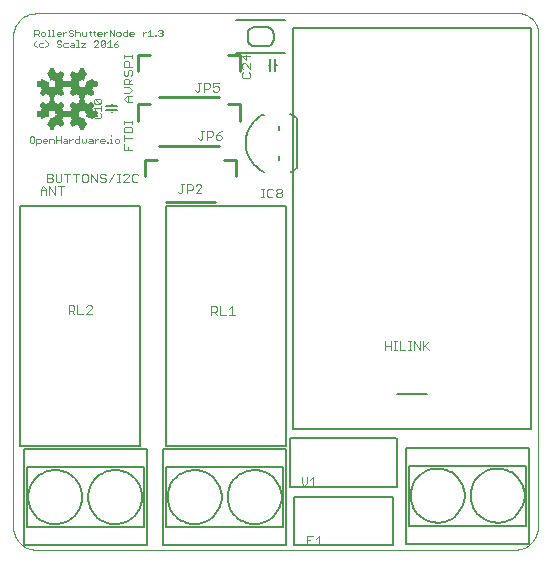
<source format=gto>
G75*
%MOIN*%
%OFA0B0*%
%FSLAX24Y24*%
%IPPOS*%
%LPD*%
%AMOC8*
5,1,8,0,0,1.08239X$1,22.5*
%
%ADD10C,0.0000*%
%ADD11C,0.0020*%
%ADD12C,0.0030*%
%ADD13C,0.0050*%
%ADD14C,0.0079*%
%ADD15C,0.0080*%
%ADD16C,0.0060*%
%ADD17C,0.0100*%
%ADD18R,0.0146X0.0002*%
%ADD19R,0.0139X0.0002*%
%ADD20R,0.0146X0.0002*%
%ADD21R,0.0139X0.0002*%
%ADD22R,0.0154X0.0002*%
%ADD23R,0.0154X0.0002*%
%ADD24R,0.0158X0.0002*%
%ADD25R,0.0168X0.0002*%
%ADD26R,0.0158X0.0002*%
%ADD27R,0.0168X0.0002*%
%ADD28R,0.0166X0.0002*%
%ADD29R,0.0166X0.0002*%
%ADD30R,0.0173X0.0002*%
%ADD31R,0.0173X0.0002*%
%ADD32R,0.0180X0.0002*%
%ADD33R,0.0180X0.0002*%
%ADD34R,0.0026X0.0002*%
%ADD35R,0.0026X0.0002*%
%ADD36R,0.0187X0.0002*%
%ADD37R,0.0046X0.0002*%
%ADD38R,0.0048X0.0002*%
%ADD39R,0.0187X0.0002*%
%ADD40R,0.0046X0.0002*%
%ADD41R,0.0048X0.0002*%
%ADD42R,0.0060X0.0002*%
%ADD43R,0.0192X0.0002*%
%ADD44R,0.0192X0.0002*%
%ADD45R,0.0079X0.0002*%
%ADD46R,0.0079X0.0002*%
%ADD47R,0.0228X0.0002*%
%ADD48R,0.0094X0.0002*%
%ADD49R,0.0221X0.0002*%
%ADD50R,0.0228X0.0002*%
%ADD51R,0.0094X0.0002*%
%ADD52R,0.0221X0.0002*%
%ADD53R,0.0259X0.0002*%
%ADD54R,0.0115X0.0002*%
%ADD55R,0.0113X0.0002*%
%ADD56R,0.0266X0.0002*%
%ADD57R,0.0259X0.0002*%
%ADD58R,0.0115X0.0002*%
%ADD59R,0.0113X0.0002*%
%ADD60R,0.0266X0.0002*%
%ADD61R,0.0288X0.0002*%
%ADD62R,0.0125X0.0002*%
%ADD63R,0.0307X0.0002*%
%ADD64R,0.0300X0.0002*%
%ADD65R,0.0307X0.0002*%
%ADD66R,0.0300X0.0002*%
%ADD67R,0.0322X0.0002*%
%ADD68R,0.0161X0.0002*%
%ADD69R,0.0322X0.0002*%
%ADD70R,0.0161X0.0002*%
%ADD71R,0.0334X0.0002*%
%ADD72R,0.0326X0.0002*%
%ADD73R,0.0334X0.0002*%
%ADD74R,0.0326X0.0002*%
%ADD75R,0.0526X0.0002*%
%ADD76R,0.0528X0.0002*%
%ADD77R,0.0526X0.0002*%
%ADD78R,0.0528X0.0002*%
%ADD79R,0.0526X0.0002*%
%ADD80R,0.0533X0.0002*%
%ADD81R,0.0533X0.0002*%
%ADD82R,0.0533X0.0002*%
%ADD83R,0.0533X0.0002*%
%ADD84R,0.0526X0.0002*%
%ADD85R,0.0521X0.0002*%
%ADD86R,0.0518X0.0002*%
%ADD87R,0.0521X0.0002*%
%ADD88R,0.0518X0.0002*%
%ADD89R,0.0514X0.0002*%
%ADD90R,0.0511X0.0002*%
%ADD91R,0.0514X0.0002*%
%ADD92R,0.0511X0.0002*%
%ADD93R,0.0499X0.0002*%
%ADD94R,0.0506X0.0002*%
%ADD95R,0.0499X0.0002*%
%ADD96R,0.0506X0.0002*%
%ADD97R,0.0502X0.0002*%
%ADD98R,0.0502X0.0002*%
%ADD99R,0.0494X0.0002*%
%ADD100R,0.0480X0.0002*%
%ADD101R,0.0480X0.0002*%
%ADD102R,0.0466X0.0002*%
%ADD103R,0.0473X0.0002*%
%ADD104R,0.0466X0.0002*%
%ADD105R,0.0473X0.0002*%
%ADD106R,0.0458X0.0002*%
%ADD107R,0.0451X0.0002*%
%ADD108R,0.0454X0.0002*%
%ADD109R,0.0451X0.0002*%
%ADD110R,0.0454X0.0002*%
%ADD111R,0.0446X0.0002*%
%ADD112R,0.0446X0.0002*%
%ADD113R,0.0439X0.0002*%
%ADD114R,0.0439X0.0002*%
%ADD115R,0.0434X0.0002*%
%ADD116R,0.0427X0.0002*%
%ADD117R,0.0434X0.0002*%
%ADD118R,0.0427X0.0002*%
%ADD119R,0.0413X0.0002*%
%ADD120R,0.0420X0.0002*%
%ADD121R,0.0413X0.0002*%
%ADD122R,0.0420X0.0002*%
%ADD123R,0.0413X0.0002*%
%ADD124R,0.0413X0.0002*%
%ADD125R,0.0022X0.0002*%
%ADD126R,0.0415X0.0002*%
%ADD127R,0.0022X0.0002*%
%ADD128R,0.0415X0.0002*%
%ADD129R,0.0034X0.0002*%
%ADD130R,0.0038X0.0002*%
%ADD131R,0.0060X0.0002*%
%ADD132R,0.0334X0.0002*%
%ADD133R,0.0038X0.0002*%
%ADD134R,0.0334X0.0002*%
%ADD135R,0.0074X0.0002*%
%ADD136R,0.0305X0.0002*%
%ADD137R,0.0072X0.0002*%
%ADD138R,0.0074X0.0002*%
%ADD139R,0.0305X0.0002*%
%ADD140R,0.0072X0.0002*%
%ADD141R,0.0089X0.0002*%
%ADD142R,0.0293X0.0002*%
%ADD143R,0.0298X0.0002*%
%ADD144R,0.0089X0.0002*%
%ADD145R,0.0293X0.0002*%
%ADD146R,0.0298X0.0002*%
%ADD147R,0.0108X0.0002*%
%ADD148R,0.0293X0.0002*%
%ADD149R,0.0286X0.0002*%
%ADD150R,0.0125X0.0002*%
%ADD151R,0.0281X0.0002*%
%ADD152R,0.0286X0.0002*%
%ADD153R,0.0127X0.0002*%
%ADD154R,0.0281X0.0002*%
%ADD155R,0.0127X0.0002*%
%ADD156R,0.0281X0.0002*%
%ADD157R,0.0274X0.0002*%
%ADD158R,0.0281X0.0002*%
%ADD159R,0.0274X0.0002*%
%ADD160R,0.0166X0.0002*%
%ADD161R,0.0166X0.0002*%
%ADD162R,0.0221X0.0002*%
%ADD163R,0.0319X0.0002*%
%ADD164R,0.0226X0.0002*%
%ADD165R,0.0221X0.0002*%
%ADD166R,0.0319X0.0002*%
%ADD167R,0.0226X0.0002*%
%ADD168R,0.0346X0.0002*%
%ADD169R,0.0341X0.0002*%
%ADD170R,0.0278X0.0002*%
%ADD171R,0.0314X0.0002*%
%ADD172R,0.0382X0.0002*%
%ADD173R,0.0372X0.0002*%
%ADD174R,0.0314X0.0002*%
%ADD175R,0.0382X0.0002*%
%ADD176R,0.0372X0.0002*%
%ADD177R,0.0353X0.0002*%
%ADD178R,0.0386X0.0002*%
%ADD179R,0.0379X0.0002*%
%ADD180R,0.0353X0.0002*%
%ADD181R,0.0386X0.0002*%
%ADD182R,0.0379X0.0002*%
%ADD183R,0.0367X0.0002*%
%ADD184R,0.0367X0.0002*%
%ADD185R,0.0374X0.0002*%
%ADD186R,0.0374X0.0002*%
%ADD187R,0.0365X0.0002*%
%ADD188R,0.0360X0.0002*%
%ADD189R,0.0365X0.0002*%
%ADD190R,0.0360X0.0002*%
%ADD191R,0.0374X0.0002*%
%ADD192R,0.0374X0.0002*%
%ADD193R,0.0379X0.0002*%
%ADD194R,0.0379X0.0002*%
%ADD195R,0.0346X0.0002*%
%ADD196R,0.0338X0.0002*%
%ADD197R,0.0338X0.0002*%
%ADD198R,0.0312X0.0002*%
%ADD199R,0.0312X0.0002*%
%ADD200R,0.0295X0.0002*%
%ADD201R,0.0286X0.0002*%
%ADD202R,0.0295X0.0002*%
%ADD203R,0.0286X0.0002*%
%ADD204R,0.0288X0.0002*%
%ADD205R,0.0278X0.0002*%
%ADD206R,0.0307X0.0002*%
%ADD207R,0.0341X0.0002*%
%ADD208R,0.0341X0.0002*%
%ADD209R,0.0701X0.0002*%
%ADD210R,0.0701X0.0002*%
%ADD211R,0.0701X0.0002*%
%ADD212R,0.0701X0.0002*%
%ADD213R,0.0694X0.0002*%
%ADD214R,0.0694X0.0002*%
%ADD215R,0.0686X0.0002*%
%ADD216R,0.0686X0.0002*%
%ADD217R,0.0686X0.0002*%
%ADD218R,0.0686X0.0002*%
%ADD219R,0.0679X0.0002*%
%ADD220R,0.0672X0.0002*%
%ADD221R,0.0679X0.0002*%
%ADD222R,0.0672X0.0002*%
%ADD223R,0.0665X0.0002*%
%ADD224R,0.0665X0.0002*%
%ADD225R,0.0660X0.0002*%
%ADD226R,0.0660X0.0002*%
%ADD227R,0.0667X0.0002*%
%ADD228R,0.0667X0.0002*%
%ADD229R,0.0679X0.0002*%
%ADD230R,0.0679X0.0002*%
%ADD231R,0.0706X0.0002*%
%ADD232R,0.0708X0.0002*%
%ADD233R,0.0706X0.0002*%
%ADD234R,0.0708X0.0002*%
%ADD235R,0.0720X0.0002*%
%ADD236R,0.0713X0.0002*%
%ADD237R,0.0720X0.0002*%
%ADD238R,0.0713X0.0002*%
%ADD239R,0.0718X0.0002*%
%ADD240R,0.0718X0.0002*%
%ADD241R,0.0734X0.0002*%
%ADD242R,0.0732X0.0002*%
%ADD243R,0.0746X0.0002*%
%ADD244R,0.0739X0.0002*%
%ADD245R,0.0746X0.0002*%
%ADD246R,0.0739X0.0002*%
%ADD247R,0.0758X0.0002*%
%ADD248R,0.0761X0.0002*%
%ADD249R,0.0758X0.0002*%
%ADD250R,0.0761X0.0002*%
%ADD251R,0.0773X0.0002*%
%ADD252R,0.0773X0.0002*%
%ADD253R,0.0787X0.0002*%
%ADD254R,0.0785X0.0002*%
%ADD255R,0.0787X0.0002*%
%ADD256R,0.0785X0.0002*%
%ADD257R,0.0799X0.0002*%
%ADD258R,0.0799X0.0002*%
%ADD259R,0.0799X0.0002*%
%ADD260R,0.0799X0.0002*%
%ADD261R,0.0792X0.0002*%
%ADD262R,0.0792X0.0002*%
%ADD263R,0.0780X0.0002*%
%ADD264R,0.0778X0.0002*%
%ADD265R,0.0780X0.0002*%
%ADD266R,0.0778X0.0002*%
%ADD267R,0.0766X0.0002*%
%ADD268R,0.0768X0.0002*%
%ADD269R,0.0766X0.0002*%
%ADD270R,0.0768X0.0002*%
%ADD271R,0.0348X0.0002*%
%ADD272R,0.0175X0.0002*%
%ADD273R,0.0353X0.0002*%
%ADD274R,0.0173X0.0002*%
%ADD275R,0.0348X0.0002*%
%ADD276R,0.0175X0.0002*%
%ADD277R,0.0353X0.0002*%
%ADD278R,0.0173X0.0002*%
%ADD279R,0.0149X0.0002*%
%ADD280R,0.0139X0.0002*%
%ADD281R,0.0149X0.0002*%
%ADD282R,0.0139X0.0002*%
%ADD283R,0.0134X0.0002*%
%ADD284R,0.0252X0.0002*%
%ADD285R,0.0132X0.0002*%
%ADD286R,0.0127X0.0002*%
%ADD287R,0.0134X0.0002*%
%ADD288R,0.0252X0.0002*%
%ADD289R,0.0132X0.0002*%
%ADD290R,0.0127X0.0002*%
%ADD291R,0.0120X0.0002*%
%ADD292R,0.0113X0.0002*%
%ADD293R,0.0120X0.0002*%
%ADD294R,0.0108X0.0002*%
%ADD295R,0.0113X0.0002*%
%ADD296R,0.0098X0.0002*%
%ADD297R,0.0199X0.0002*%
%ADD298R,0.0101X0.0002*%
%ADD299R,0.0199X0.0002*%
%ADD300R,0.0086X0.0002*%
%ADD301R,0.0086X0.0002*%
%ADD302R,0.0185X0.0002*%
%ADD303R,0.0079X0.0002*%
%ADD304R,0.0086X0.0002*%
%ADD305R,0.0086X0.0002*%
%ADD306R,0.0185X0.0002*%
%ADD307R,0.0079X0.0002*%
%ADD308R,0.0067X0.0002*%
%ADD309R,0.0065X0.0002*%
%ADD310R,0.0067X0.0002*%
%ADD311R,0.0065X0.0002*%
%ADD312R,0.0053X0.0002*%
%ADD313R,0.0055X0.0002*%
%ADD314R,0.0053X0.0002*%
%ADD315R,0.0055X0.0002*%
%ADD316R,0.0034X0.0002*%
%ADD317R,0.0019X0.0002*%
%ADD318R,0.0019X0.0002*%
%ADD319R,0.0041X0.0002*%
%ADD320R,0.0041X0.0002*%
%ADD321R,0.0074X0.0002*%
%ADD322R,0.0074X0.0002*%
%ADD323R,0.0098X0.0002*%
%ADD324R,0.0206X0.0002*%
%ADD325R,0.0101X0.0002*%
%ADD326R,0.0108X0.0002*%
%ADD327R,0.0206X0.0002*%
%ADD328R,0.0108X0.0002*%
%ADD329R,0.0240X0.0002*%
%ADD330R,0.0240X0.0002*%
%ADD331R,0.0274X0.0002*%
%ADD332R,0.0274X0.0002*%
%ADD333R,0.0562X0.0002*%
%ADD334R,0.0562X0.0002*%
%ADD335R,0.0754X0.0002*%
%ADD336R,0.0754X0.0002*%
%ADD337R,0.0727X0.0002*%
%ADD338R,0.0725X0.0002*%
%ADD339R,0.0727X0.0002*%
%ADD340R,0.0725X0.0002*%
%ADD341R,0.0307X0.0002*%
%ADD342R,0.0338X0.0002*%
%ADD343R,0.0338X0.0002*%
%ADD344R,0.0372X0.0002*%
%ADD345R,0.0372X0.0002*%
%ADD346R,0.0341X0.0002*%
%ADD347R,0.0199X0.0002*%
%ADD348R,0.0161X0.0002*%
%ADD349R,0.0161X0.0002*%
%ADD350R,0.0101X0.0002*%
%ADD351R,0.0101X0.0002*%
%ADD352R,0.0319X0.0002*%
%ADD353R,0.0319X0.0002*%
%ADD354R,0.0408X0.0002*%
%ADD355R,0.0408X0.0002*%
%ADD356R,0.0432X0.0002*%
%ADD357R,0.0432X0.0002*%
%ADD358R,0.0473X0.0002*%
%ADD359R,0.0473X0.0002*%
%ADD360R,0.0487X0.0002*%
%ADD361R,0.0487X0.0002*%
%ADD362R,0.0492X0.0002*%
%ADD363R,0.0494X0.0002*%
%ADD364R,0.0492X0.0002*%
%ADD365R,0.0521X0.0002*%
%ADD366R,0.0521X0.0002*%
%ADD367R,0.0329X0.0002*%
%ADD368R,0.0329X0.0002*%
%ADD369R,0.0154X0.0002*%
%ADD370R,0.0154X0.0002*%
%ADD371R,0.0199X0.0002*%
%ADD372R,0.0031X0.0002*%
%ADD373R,0.0041X0.0002*%
%ADD374R,0.0031X0.0002*%
%ADD375R,0.0041X0.0002*%
D10*
X004460Y000900D02*
X004460Y017270D01*
X004462Y017324D01*
X004468Y017377D01*
X004477Y017429D01*
X004490Y017481D01*
X004507Y017532D01*
X004528Y017582D01*
X004552Y017629D01*
X004579Y017675D01*
X004610Y017719D01*
X004643Y017761D01*
X004680Y017800D01*
X004719Y017837D01*
X004761Y017870D01*
X004805Y017901D01*
X004851Y017928D01*
X004898Y017952D01*
X004948Y017973D01*
X004999Y017990D01*
X005051Y018003D01*
X005103Y018012D01*
X005156Y018018D01*
X005210Y018020D01*
X021202Y018020D01*
X021251Y018026D01*
X021300Y018028D01*
X021349Y018026D01*
X021398Y018021D01*
X021446Y018012D01*
X021494Y017999D01*
X021541Y017983D01*
X021586Y017964D01*
X021629Y017941D01*
X021671Y017915D01*
X021711Y017886D01*
X021748Y017854D01*
X021783Y017819D01*
X021815Y017782D01*
X021845Y017742D01*
X021871Y017701D01*
X021894Y017657D01*
X021914Y017612D01*
X021930Y017566D01*
X021943Y017518D01*
X021952Y017470D01*
X021952Y000900D01*
X021950Y000846D01*
X021944Y000793D01*
X021935Y000741D01*
X021922Y000689D01*
X021905Y000638D01*
X021884Y000588D01*
X021860Y000541D01*
X021833Y000495D01*
X021802Y000451D01*
X021769Y000409D01*
X021732Y000370D01*
X021693Y000333D01*
X021651Y000300D01*
X021607Y000269D01*
X021561Y000242D01*
X021514Y000218D01*
X021464Y000197D01*
X021413Y000180D01*
X021361Y000167D01*
X021309Y000158D01*
X021256Y000152D01*
X021202Y000150D01*
X005210Y000150D01*
X005156Y000152D01*
X005103Y000158D01*
X005051Y000167D01*
X004999Y000180D01*
X004948Y000197D01*
X004898Y000218D01*
X004851Y000242D01*
X004805Y000269D01*
X004761Y000300D01*
X004719Y000333D01*
X004680Y000370D01*
X004643Y000409D01*
X004610Y000451D01*
X004579Y000495D01*
X004552Y000541D01*
X004528Y000588D01*
X004507Y000638D01*
X004490Y000689D01*
X004477Y000741D01*
X004468Y000793D01*
X004462Y000846D01*
X004460Y000900D01*
D11*
X005231Y013627D02*
X005231Y013847D01*
X005341Y013847D01*
X005377Y013810D01*
X005377Y013737D01*
X005341Y013700D01*
X005231Y013700D01*
X005156Y013737D02*
X005156Y013883D01*
X005120Y013920D01*
X005046Y013920D01*
X005010Y013883D01*
X005010Y013737D01*
X005046Y013700D01*
X005120Y013700D01*
X005156Y013737D01*
X005451Y013737D02*
X005488Y013700D01*
X005562Y013700D01*
X005598Y013773D02*
X005451Y013773D01*
X005451Y013737D02*
X005451Y013810D01*
X005488Y013847D01*
X005562Y013847D01*
X005598Y013810D01*
X005598Y013773D01*
X005672Y013700D02*
X005672Y013847D01*
X005783Y013847D01*
X005819Y013810D01*
X005819Y013700D01*
X005893Y013700D02*
X005893Y013920D01*
X005893Y013810D02*
X006040Y013810D01*
X006114Y013737D02*
X006151Y013773D01*
X006261Y013773D01*
X006261Y013810D02*
X006261Y013700D01*
X006151Y013700D01*
X006114Y013737D01*
X006040Y013700D02*
X006040Y013920D01*
X006151Y013847D02*
X006225Y013847D01*
X006261Y013810D01*
X006335Y013773D02*
X006409Y013847D01*
X006446Y013847D01*
X006520Y013810D02*
X006556Y013847D01*
X006666Y013847D01*
X006666Y013920D02*
X006666Y013700D01*
X006556Y013700D01*
X006520Y013737D01*
X006520Y013810D01*
X006335Y013847D02*
X006335Y013700D01*
X006741Y013737D02*
X006777Y013700D01*
X006814Y013737D01*
X006851Y013700D01*
X006887Y013737D01*
X006887Y013847D01*
X006998Y013847D02*
X007072Y013847D01*
X007108Y013810D01*
X007108Y013700D01*
X006998Y013700D01*
X006962Y013737D01*
X006998Y013773D01*
X007108Y013773D01*
X007183Y013773D02*
X007256Y013847D01*
X007293Y013847D01*
X007367Y013810D02*
X007403Y013847D01*
X007477Y013847D01*
X007514Y013810D01*
X007514Y013773D01*
X007367Y013773D01*
X007367Y013737D02*
X007367Y013810D01*
X007367Y013737D02*
X007403Y013700D01*
X007477Y013700D01*
X007588Y013700D02*
X007624Y013700D01*
X007624Y013737D01*
X007588Y013737D01*
X007588Y013700D01*
X007698Y013700D02*
X007772Y013700D01*
X007735Y013700D02*
X007735Y013847D01*
X007698Y013847D01*
X007735Y013920D02*
X007735Y013957D01*
X007846Y013810D02*
X007846Y013737D01*
X007882Y013700D01*
X007956Y013700D01*
X007992Y013737D01*
X007992Y013810D01*
X007956Y013847D01*
X007882Y013847D01*
X007846Y013810D01*
X007183Y013847D02*
X007183Y013700D01*
X006741Y013737D02*
X006741Y013847D01*
X007184Y014540D02*
X007344Y014540D01*
X007385Y014580D01*
X007385Y014660D01*
X007344Y014700D01*
X007385Y014779D02*
X007385Y014940D01*
X007385Y014859D02*
X007144Y014859D01*
X007224Y014779D01*
X007184Y014700D02*
X007144Y014660D01*
X007144Y014580D01*
X007184Y014540D01*
X007184Y015019D02*
X007144Y015059D01*
X007144Y015139D01*
X007184Y015179D01*
X007344Y015019D01*
X007385Y015059D01*
X007385Y015139D01*
X007344Y015179D01*
X007184Y015179D01*
X007184Y015019D02*
X007344Y015019D01*
X007305Y016900D02*
X007158Y016900D01*
X007305Y017047D01*
X007305Y017083D01*
X007268Y017120D01*
X007195Y017120D01*
X007158Y017083D01*
X007195Y017260D02*
X007158Y017297D01*
X007158Y017443D01*
X007122Y017407D02*
X007195Y017407D01*
X007269Y017370D02*
X007306Y017407D01*
X007379Y017407D01*
X007416Y017370D01*
X007416Y017333D01*
X007269Y017333D01*
X007269Y017297D02*
X007269Y017370D01*
X007269Y017297D02*
X007306Y017260D01*
X007379Y017260D01*
X007490Y017260D02*
X007490Y017407D01*
X007563Y017407D02*
X007600Y017407D01*
X007563Y017407D02*
X007490Y017333D01*
X007674Y017260D02*
X007674Y017480D01*
X007821Y017260D01*
X007821Y017480D01*
X007895Y017370D02*
X007895Y017297D01*
X007932Y017260D01*
X008005Y017260D01*
X008042Y017297D01*
X008042Y017370D01*
X008005Y017407D01*
X007932Y017407D01*
X007895Y017370D01*
X008116Y017370D02*
X008153Y017407D01*
X008263Y017407D01*
X008263Y017480D02*
X008263Y017260D01*
X008153Y017260D01*
X008116Y017297D01*
X008116Y017370D01*
X008337Y017370D02*
X008374Y017407D01*
X008447Y017407D01*
X008484Y017370D01*
X008484Y017333D01*
X008337Y017333D01*
X008337Y017297D02*
X008337Y017370D01*
X008337Y017297D02*
X008374Y017260D01*
X008447Y017260D01*
X008779Y017260D02*
X008779Y017407D01*
X008852Y017407D02*
X008779Y017333D01*
X008852Y017407D02*
X008889Y017407D01*
X008963Y017407D02*
X009037Y017480D01*
X009037Y017260D01*
X009110Y017260D02*
X008963Y017260D01*
X009184Y017260D02*
X009184Y017297D01*
X009221Y017297D01*
X009221Y017260D01*
X009184Y017260D01*
X009295Y017297D02*
X009331Y017260D01*
X009405Y017260D01*
X009441Y017297D01*
X009441Y017333D01*
X009405Y017370D01*
X009368Y017370D01*
X009405Y017370D02*
X009441Y017407D01*
X009441Y017443D01*
X009405Y017480D01*
X009331Y017480D01*
X009295Y017443D01*
X007968Y017120D02*
X007895Y017083D01*
X007821Y017010D01*
X007931Y017010D01*
X007968Y016973D01*
X007968Y016937D01*
X007931Y016900D01*
X007858Y016900D01*
X007821Y016937D01*
X007821Y017010D01*
X007747Y016900D02*
X007600Y016900D01*
X007674Y016900D02*
X007674Y017120D01*
X007600Y017047D01*
X007526Y017083D02*
X007379Y016937D01*
X007416Y016900D01*
X007489Y016900D01*
X007526Y016937D01*
X007526Y017083D01*
X007489Y017120D01*
X007416Y017120D01*
X007379Y017083D01*
X007379Y016937D01*
X007048Y017260D02*
X007011Y017297D01*
X007011Y017443D01*
X006974Y017407D02*
X007048Y017407D01*
X006900Y017407D02*
X006900Y017260D01*
X006790Y017260D01*
X006753Y017297D01*
X006753Y017407D01*
X006679Y017370D02*
X006679Y017260D01*
X006679Y017370D02*
X006642Y017407D01*
X006569Y017407D01*
X006532Y017370D01*
X006458Y017333D02*
X006458Y017297D01*
X006421Y017260D01*
X006348Y017260D01*
X006311Y017297D01*
X006348Y017370D02*
X006421Y017370D01*
X006458Y017333D01*
X006532Y017260D02*
X006532Y017480D01*
X006458Y017443D02*
X006421Y017480D01*
X006348Y017480D01*
X006311Y017443D01*
X006311Y017407D01*
X006348Y017370D01*
X006237Y017407D02*
X006201Y017407D01*
X006127Y017333D01*
X006127Y017260D02*
X006127Y017407D01*
X006053Y017370D02*
X006053Y017333D01*
X005906Y017333D01*
X005906Y017297D02*
X005906Y017370D01*
X005943Y017407D01*
X006016Y017407D01*
X006053Y017370D01*
X006016Y017260D02*
X005943Y017260D01*
X005906Y017297D01*
X005832Y017260D02*
X005759Y017260D01*
X005796Y017260D02*
X005796Y017480D01*
X005759Y017480D01*
X005648Y017480D02*
X005648Y017260D01*
X005611Y017260D02*
X005685Y017260D01*
X005537Y017297D02*
X005537Y017370D01*
X005501Y017407D01*
X005427Y017407D01*
X005391Y017370D01*
X005391Y017297D01*
X005427Y017260D01*
X005501Y017260D01*
X005537Y017297D01*
X005538Y017120D02*
X005611Y017047D01*
X005611Y016973D01*
X005538Y016900D01*
X005464Y016900D02*
X005354Y016900D01*
X005317Y016937D01*
X005317Y017010D01*
X005354Y017047D01*
X005464Y017047D01*
X005243Y017120D02*
X005170Y017047D01*
X005170Y016973D01*
X005243Y016900D01*
X005316Y017260D02*
X005243Y017333D01*
X005280Y017333D02*
X005170Y017333D01*
X005170Y017260D02*
X005170Y017480D01*
X005280Y017480D01*
X005316Y017443D01*
X005316Y017370D01*
X005280Y017333D01*
X005611Y017480D02*
X005648Y017480D01*
X005943Y017120D02*
X005906Y017083D01*
X005906Y017047D01*
X005943Y017010D01*
X006016Y017010D01*
X006053Y016973D01*
X006053Y016937D01*
X006016Y016900D01*
X005943Y016900D01*
X005906Y016937D01*
X005943Y017120D02*
X006016Y017120D01*
X006053Y017083D01*
X006127Y017010D02*
X006127Y016937D01*
X006164Y016900D01*
X006274Y016900D01*
X006348Y016937D02*
X006385Y016973D01*
X006495Y016973D01*
X006495Y017010D02*
X006495Y016900D01*
X006385Y016900D01*
X006348Y016937D01*
X006385Y017047D02*
X006458Y017047D01*
X006495Y017010D01*
X006569Y016900D02*
X006643Y016900D01*
X006606Y016900D02*
X006606Y017120D01*
X006569Y017120D01*
X006716Y017047D02*
X006863Y017047D01*
X006716Y016900D01*
X006863Y016900D01*
X006274Y017047D02*
X006164Y017047D01*
X006127Y017010D01*
D12*
X008144Y016635D02*
X008144Y016538D01*
X008144Y016587D02*
X008435Y016587D01*
X008435Y016635D02*
X008435Y016538D01*
X008289Y016437D02*
X008338Y016389D01*
X008338Y016244D01*
X008435Y016244D02*
X008144Y016244D01*
X008144Y016389D01*
X008193Y016437D01*
X008289Y016437D01*
X008338Y016142D02*
X008386Y016142D01*
X008435Y016094D01*
X008435Y015997D01*
X008386Y015949D01*
X008289Y015997D02*
X008289Y016094D01*
X008338Y016142D01*
X008193Y016142D02*
X008144Y016094D01*
X008144Y015997D01*
X008193Y015949D01*
X008241Y015949D01*
X008289Y015997D01*
X008289Y015848D02*
X008338Y015799D01*
X008338Y015654D01*
X008435Y015654D02*
X008144Y015654D01*
X008144Y015799D01*
X008193Y015848D01*
X008289Y015848D01*
X008338Y015751D02*
X008435Y015848D01*
X008338Y015553D02*
X008144Y015553D01*
X008144Y015360D02*
X008338Y015360D01*
X008435Y015456D01*
X008338Y015553D01*
X008289Y015258D02*
X008289Y015065D01*
X008241Y015065D02*
X008144Y015162D01*
X008241Y015258D01*
X008435Y015258D01*
X008435Y015065D02*
X008241Y015065D01*
X008144Y014446D02*
X008144Y014349D01*
X008144Y014397D02*
X008435Y014397D01*
X008435Y014349D02*
X008435Y014446D01*
X008386Y014248D02*
X008193Y014248D01*
X008144Y014199D01*
X008144Y014054D01*
X008435Y014054D01*
X008435Y014199D01*
X008386Y014248D01*
X008144Y013953D02*
X008144Y013760D01*
X008144Y013856D02*
X008435Y013856D01*
X008289Y013562D02*
X008289Y013465D01*
X008144Y013465D02*
X008144Y013658D01*
X008144Y013465D02*
X008435Y013465D01*
X008478Y012685D02*
X008430Y012637D01*
X008430Y012443D01*
X008478Y012395D01*
X008575Y012395D01*
X008623Y012443D01*
X008623Y012637D02*
X008575Y012685D01*
X008478Y012685D01*
X008329Y012637D02*
X008280Y012685D01*
X008184Y012685D01*
X008135Y012637D01*
X008036Y012685D02*
X007939Y012685D01*
X007987Y012685D02*
X007987Y012395D01*
X007939Y012395D02*
X008036Y012395D01*
X008135Y012395D02*
X008329Y012588D01*
X008329Y012637D01*
X008329Y012395D02*
X008135Y012395D01*
X007838Y012685D02*
X007644Y012395D01*
X007543Y012443D02*
X007543Y012492D01*
X007495Y012540D01*
X007398Y012540D01*
X007349Y012588D01*
X007349Y012637D01*
X007398Y012685D01*
X007495Y012685D01*
X007543Y012637D01*
X007543Y012443D02*
X007495Y012395D01*
X007398Y012395D01*
X007349Y012443D01*
X007248Y012395D02*
X007248Y012685D01*
X007055Y012685D02*
X007055Y012395D01*
X006954Y012443D02*
X006954Y012637D01*
X006905Y012685D01*
X006809Y012685D01*
X006760Y012637D01*
X006760Y012443D01*
X006809Y012395D01*
X006905Y012395D01*
X006954Y012443D01*
X007055Y012685D02*
X007248Y012395D01*
X006659Y012685D02*
X006466Y012685D01*
X006562Y012685D02*
X006562Y012395D01*
X006268Y012395D02*
X006268Y012685D01*
X006364Y012685D02*
X006171Y012685D01*
X006070Y012685D02*
X006070Y012443D01*
X006021Y012395D01*
X005925Y012395D01*
X005876Y012443D01*
X005876Y012685D01*
X005775Y012637D02*
X005775Y012588D01*
X005727Y012540D01*
X005582Y012540D01*
X005727Y012540D02*
X005775Y012492D01*
X005775Y012443D01*
X005727Y012395D01*
X005582Y012395D01*
X005582Y012685D01*
X005727Y012685D01*
X005775Y012637D01*
X005863Y012265D02*
X005863Y011975D01*
X005669Y012265D01*
X005669Y011975D01*
X005568Y011975D02*
X005568Y012168D01*
X005471Y012265D01*
X005375Y012168D01*
X005375Y011975D01*
X005375Y012120D02*
X005568Y012120D01*
X005964Y012265D02*
X006157Y012265D01*
X006061Y012265D02*
X006061Y011975D01*
X009956Y012082D02*
X010004Y012034D01*
X010052Y012034D01*
X010101Y012082D01*
X010101Y012324D01*
X010149Y012324D02*
X010052Y012324D01*
X010250Y012324D02*
X010395Y012324D01*
X010444Y012276D01*
X010444Y012179D01*
X010395Y012131D01*
X010250Y012131D01*
X010250Y012034D02*
X010250Y012324D01*
X010545Y012276D02*
X010593Y012324D01*
X010690Y012324D01*
X010738Y012276D01*
X010738Y012227D01*
X010545Y012034D01*
X010738Y012034D01*
X012739Y011895D02*
X012836Y011895D01*
X012787Y011895D02*
X012787Y012185D01*
X012739Y012185D02*
X012836Y012185D01*
X012935Y012137D02*
X012935Y011943D01*
X012984Y011895D01*
X013080Y011895D01*
X013129Y011943D01*
X013230Y011943D02*
X013230Y011992D01*
X013278Y012040D01*
X013375Y012040D01*
X013423Y011992D01*
X013423Y011943D01*
X013375Y011895D01*
X013278Y011895D01*
X013230Y011943D01*
X013278Y012040D02*
X013230Y012088D01*
X013230Y012137D01*
X013278Y012185D01*
X013375Y012185D01*
X013423Y012137D01*
X013423Y012088D01*
X013375Y012040D01*
X013129Y012137D02*
X013080Y012185D01*
X012984Y012185D01*
X012935Y012137D01*
X011359Y013815D02*
X011262Y013815D01*
X011214Y013863D01*
X011214Y013960D01*
X011359Y013960D01*
X011407Y013912D01*
X011407Y013863D01*
X011359Y013815D01*
X011214Y013960D02*
X011311Y014057D01*
X011407Y014105D01*
X011113Y014057D02*
X011113Y013960D01*
X011064Y013912D01*
X010919Y013912D01*
X010919Y013815D02*
X010919Y014105D01*
X011064Y014105D01*
X011113Y014057D01*
X010818Y014105D02*
X010721Y014105D01*
X010770Y014105D02*
X010770Y013863D01*
X010721Y013815D01*
X010673Y013815D01*
X010625Y013863D01*
X010621Y015415D02*
X010670Y015463D01*
X010670Y015705D01*
X010718Y015705D02*
X010621Y015705D01*
X010819Y015705D02*
X010819Y015415D01*
X010819Y015512D02*
X010964Y015512D01*
X011013Y015560D01*
X011013Y015657D01*
X010964Y015705D01*
X010819Y015705D01*
X011114Y015705D02*
X011114Y015560D01*
X011211Y015608D01*
X011259Y015608D01*
X011307Y015560D01*
X011307Y015463D01*
X011259Y015415D01*
X011162Y015415D01*
X011114Y015463D01*
X011114Y015705D02*
X011307Y015705D01*
X010621Y015415D02*
X010573Y015415D01*
X010525Y015463D01*
X012079Y015913D02*
X012128Y015865D01*
X012321Y015865D01*
X012370Y015913D01*
X012370Y016010D01*
X012321Y016058D01*
X012370Y016160D02*
X012176Y016353D01*
X012128Y016353D01*
X012079Y016305D01*
X012079Y016208D01*
X012128Y016160D01*
X012128Y016058D02*
X012079Y016010D01*
X012079Y015913D01*
X012370Y016160D02*
X012370Y016353D01*
X012224Y016454D02*
X012224Y016648D01*
X012079Y016599D02*
X012224Y016454D01*
X012370Y016599D02*
X012079Y016599D01*
X011757Y008265D02*
X011757Y007975D01*
X011853Y007975D02*
X011660Y007975D01*
X011559Y007975D02*
X011365Y007975D01*
X011365Y008265D01*
X011264Y008217D02*
X011264Y008120D01*
X011216Y008072D01*
X011071Y008072D01*
X011167Y008072D02*
X011264Y007975D01*
X011071Y007975D02*
X011071Y008265D01*
X011216Y008265D01*
X011264Y008217D01*
X011660Y008168D02*
X011757Y008265D01*
X007093Y008247D02*
X007045Y008295D01*
X006948Y008295D01*
X006900Y008247D01*
X007093Y008247D02*
X007093Y008198D01*
X006900Y008005D01*
X007093Y008005D01*
X006799Y008005D02*
X006605Y008005D01*
X006605Y008295D01*
X006504Y008247D02*
X006504Y008150D01*
X006456Y008102D01*
X006311Y008102D01*
X006407Y008102D02*
X006504Y008005D01*
X006311Y008005D02*
X006311Y008295D01*
X006456Y008295D01*
X006504Y008247D01*
X014075Y002565D02*
X014075Y002372D01*
X014171Y002275D01*
X014268Y002372D01*
X014268Y002565D01*
X014369Y002468D02*
X014466Y002565D01*
X014466Y002275D01*
X014369Y002275D02*
X014563Y002275D01*
X014646Y000605D02*
X014646Y000315D01*
X014549Y000315D02*
X014743Y000315D01*
X014549Y000508D02*
X014646Y000605D01*
X014448Y000605D02*
X014255Y000605D01*
X014255Y000315D01*
X014255Y000460D02*
X014351Y000460D01*
X016853Y006802D02*
X016853Y007092D01*
X016853Y006947D02*
X017047Y006947D01*
X017047Y007092D02*
X017047Y006802D01*
X017148Y006802D02*
X017244Y006802D01*
X017196Y006802D02*
X017196Y007092D01*
X017148Y007092D02*
X017244Y007092D01*
X017344Y007092D02*
X017344Y006802D01*
X017538Y006802D01*
X017639Y006802D02*
X017736Y006802D01*
X017687Y006802D02*
X017687Y007092D01*
X017639Y007092D02*
X017736Y007092D01*
X017835Y007092D02*
X018029Y006802D01*
X018029Y007092D01*
X018130Y007092D02*
X018130Y006802D01*
X018130Y006899D02*
X018323Y007092D01*
X018178Y006947D02*
X018323Y006802D01*
X017835Y006802D02*
X017835Y007092D01*
D13*
X018260Y005350D02*
X017260Y005350D01*
X017231Y003877D02*
X013688Y003877D01*
X013680Y003870D02*
X013680Y002240D01*
X013688Y002223D02*
X017231Y002223D01*
X017240Y002230D02*
X017240Y003860D01*
X017560Y003550D02*
X021660Y003550D01*
X021660Y000350D01*
X017560Y000350D01*
X017560Y003550D01*
X017660Y002950D02*
X021560Y002950D01*
X021560Y000950D01*
X017660Y000950D01*
X017660Y002950D01*
X017130Y001890D02*
X017130Y000310D01*
X017125Y000313D02*
X013834Y000313D01*
X013830Y000310D02*
X013830Y001880D01*
X013834Y001887D02*
X017125Y001887D01*
X017709Y001950D02*
X017711Y002010D01*
X017717Y002069D01*
X017727Y002128D01*
X017740Y002186D01*
X017758Y002243D01*
X017779Y002298D01*
X017804Y002352D01*
X017832Y002405D01*
X017864Y002455D01*
X017899Y002503D01*
X017937Y002549D01*
X017978Y002592D01*
X018022Y002633D01*
X018068Y002670D01*
X018117Y002704D01*
X018168Y002735D01*
X018221Y002763D01*
X018276Y002787D01*
X018332Y002807D01*
X018389Y002823D01*
X018447Y002836D01*
X018506Y002845D01*
X018565Y002850D01*
X018625Y002851D01*
X018684Y002848D01*
X018744Y002841D01*
X018802Y002830D01*
X018860Y002816D01*
X018917Y002797D01*
X018972Y002775D01*
X019026Y002749D01*
X019078Y002720D01*
X019127Y002688D01*
X019175Y002652D01*
X019220Y002613D01*
X019263Y002571D01*
X019302Y002527D01*
X019339Y002480D01*
X019372Y002430D01*
X019402Y002379D01*
X019429Y002326D01*
X019452Y002271D01*
X019471Y002214D01*
X019487Y002157D01*
X019499Y002098D01*
X019507Y002039D01*
X019511Y001980D01*
X019511Y001920D01*
X019507Y001861D01*
X019499Y001802D01*
X019487Y001743D01*
X019471Y001686D01*
X019452Y001629D01*
X019429Y001574D01*
X019402Y001521D01*
X019372Y001470D01*
X019339Y001420D01*
X019302Y001373D01*
X019263Y001329D01*
X019220Y001287D01*
X019175Y001248D01*
X019127Y001212D01*
X019078Y001180D01*
X019026Y001151D01*
X018972Y001125D01*
X018917Y001103D01*
X018860Y001084D01*
X018802Y001070D01*
X018744Y001059D01*
X018684Y001052D01*
X018625Y001049D01*
X018565Y001050D01*
X018506Y001055D01*
X018447Y001064D01*
X018389Y001077D01*
X018332Y001093D01*
X018276Y001113D01*
X018221Y001137D01*
X018168Y001165D01*
X018117Y001196D01*
X018068Y001230D01*
X018022Y001267D01*
X017978Y001308D01*
X017937Y001351D01*
X017899Y001397D01*
X017864Y001445D01*
X017832Y001495D01*
X017804Y001548D01*
X017779Y001602D01*
X017758Y001657D01*
X017740Y001714D01*
X017727Y001772D01*
X017717Y001831D01*
X017711Y001890D01*
X017709Y001950D01*
X019709Y001950D02*
X019711Y002010D01*
X019717Y002069D01*
X019727Y002128D01*
X019740Y002186D01*
X019758Y002243D01*
X019779Y002298D01*
X019804Y002352D01*
X019832Y002405D01*
X019864Y002455D01*
X019899Y002503D01*
X019937Y002549D01*
X019978Y002592D01*
X020022Y002633D01*
X020068Y002670D01*
X020117Y002704D01*
X020168Y002735D01*
X020221Y002763D01*
X020276Y002787D01*
X020332Y002807D01*
X020389Y002823D01*
X020447Y002836D01*
X020506Y002845D01*
X020565Y002850D01*
X020625Y002851D01*
X020684Y002848D01*
X020744Y002841D01*
X020802Y002830D01*
X020860Y002816D01*
X020917Y002797D01*
X020972Y002775D01*
X021026Y002749D01*
X021078Y002720D01*
X021127Y002688D01*
X021175Y002652D01*
X021220Y002613D01*
X021263Y002571D01*
X021302Y002527D01*
X021339Y002480D01*
X021372Y002430D01*
X021402Y002379D01*
X021429Y002326D01*
X021452Y002271D01*
X021471Y002214D01*
X021487Y002157D01*
X021499Y002098D01*
X021507Y002039D01*
X021511Y001980D01*
X021511Y001920D01*
X021507Y001861D01*
X021499Y001802D01*
X021487Y001743D01*
X021471Y001686D01*
X021452Y001629D01*
X021429Y001574D01*
X021402Y001521D01*
X021372Y001470D01*
X021339Y001420D01*
X021302Y001373D01*
X021263Y001329D01*
X021220Y001287D01*
X021175Y001248D01*
X021127Y001212D01*
X021078Y001180D01*
X021026Y001151D01*
X020972Y001125D01*
X020917Y001103D01*
X020860Y001084D01*
X020802Y001070D01*
X020744Y001059D01*
X020684Y001052D01*
X020625Y001049D01*
X020565Y001050D01*
X020506Y001055D01*
X020447Y001064D01*
X020389Y001077D01*
X020332Y001093D01*
X020276Y001113D01*
X020221Y001137D01*
X020168Y001165D01*
X020117Y001196D01*
X020068Y001230D01*
X020022Y001267D01*
X019978Y001308D01*
X019937Y001351D01*
X019899Y001397D01*
X019864Y001445D01*
X019832Y001495D01*
X019804Y001548D01*
X019779Y001602D01*
X019758Y001657D01*
X019740Y001714D01*
X019727Y001772D01*
X019717Y001831D01*
X019711Y001890D01*
X019709Y001950D01*
X021736Y004157D02*
X021736Y017543D01*
X013783Y017543D01*
X013783Y004157D01*
X021736Y004157D01*
X013560Y003500D02*
X013560Y000300D01*
X009460Y000300D01*
X009460Y003500D01*
X013560Y003500D01*
X013460Y002900D02*
X009560Y002900D01*
X009560Y000900D01*
X013460Y000900D01*
X013460Y002900D01*
X011609Y001900D02*
X011611Y001960D01*
X011617Y002019D01*
X011627Y002078D01*
X011640Y002136D01*
X011658Y002193D01*
X011679Y002248D01*
X011704Y002302D01*
X011732Y002355D01*
X011764Y002405D01*
X011799Y002453D01*
X011837Y002499D01*
X011878Y002542D01*
X011922Y002583D01*
X011968Y002620D01*
X012017Y002654D01*
X012068Y002685D01*
X012121Y002713D01*
X012176Y002737D01*
X012232Y002757D01*
X012289Y002773D01*
X012347Y002786D01*
X012406Y002795D01*
X012465Y002800D01*
X012525Y002801D01*
X012584Y002798D01*
X012644Y002791D01*
X012702Y002780D01*
X012760Y002766D01*
X012817Y002747D01*
X012872Y002725D01*
X012926Y002699D01*
X012978Y002670D01*
X013027Y002638D01*
X013075Y002602D01*
X013120Y002563D01*
X013163Y002521D01*
X013202Y002477D01*
X013239Y002430D01*
X013272Y002380D01*
X013302Y002329D01*
X013329Y002276D01*
X013352Y002221D01*
X013371Y002164D01*
X013387Y002107D01*
X013399Y002048D01*
X013407Y001989D01*
X013411Y001930D01*
X013411Y001870D01*
X013407Y001811D01*
X013399Y001752D01*
X013387Y001693D01*
X013371Y001636D01*
X013352Y001579D01*
X013329Y001524D01*
X013302Y001471D01*
X013272Y001420D01*
X013239Y001370D01*
X013202Y001323D01*
X013163Y001279D01*
X013120Y001237D01*
X013075Y001198D01*
X013027Y001162D01*
X012978Y001130D01*
X012926Y001101D01*
X012872Y001075D01*
X012817Y001053D01*
X012760Y001034D01*
X012702Y001020D01*
X012644Y001009D01*
X012584Y001002D01*
X012525Y000999D01*
X012465Y001000D01*
X012406Y001005D01*
X012347Y001014D01*
X012289Y001027D01*
X012232Y001043D01*
X012176Y001063D01*
X012121Y001087D01*
X012068Y001115D01*
X012017Y001146D01*
X011968Y001180D01*
X011922Y001217D01*
X011878Y001258D01*
X011837Y001301D01*
X011799Y001347D01*
X011764Y001395D01*
X011732Y001445D01*
X011704Y001498D01*
X011679Y001552D01*
X011658Y001607D01*
X011640Y001664D01*
X011627Y001722D01*
X011617Y001781D01*
X011611Y001840D01*
X011609Y001900D01*
X009609Y001900D02*
X009611Y001960D01*
X009617Y002019D01*
X009627Y002078D01*
X009640Y002136D01*
X009658Y002193D01*
X009679Y002248D01*
X009704Y002302D01*
X009732Y002355D01*
X009764Y002405D01*
X009799Y002453D01*
X009837Y002499D01*
X009878Y002542D01*
X009922Y002583D01*
X009968Y002620D01*
X010017Y002654D01*
X010068Y002685D01*
X010121Y002713D01*
X010176Y002737D01*
X010232Y002757D01*
X010289Y002773D01*
X010347Y002786D01*
X010406Y002795D01*
X010465Y002800D01*
X010525Y002801D01*
X010584Y002798D01*
X010644Y002791D01*
X010702Y002780D01*
X010760Y002766D01*
X010817Y002747D01*
X010872Y002725D01*
X010926Y002699D01*
X010978Y002670D01*
X011027Y002638D01*
X011075Y002602D01*
X011120Y002563D01*
X011163Y002521D01*
X011202Y002477D01*
X011239Y002430D01*
X011272Y002380D01*
X011302Y002329D01*
X011329Y002276D01*
X011352Y002221D01*
X011371Y002164D01*
X011387Y002107D01*
X011399Y002048D01*
X011407Y001989D01*
X011411Y001930D01*
X011411Y001870D01*
X011407Y001811D01*
X011399Y001752D01*
X011387Y001693D01*
X011371Y001636D01*
X011352Y001579D01*
X011329Y001524D01*
X011302Y001471D01*
X011272Y001420D01*
X011239Y001370D01*
X011202Y001323D01*
X011163Y001279D01*
X011120Y001237D01*
X011075Y001198D01*
X011027Y001162D01*
X010978Y001130D01*
X010926Y001101D01*
X010872Y001075D01*
X010817Y001053D01*
X010760Y001034D01*
X010702Y001020D01*
X010644Y001009D01*
X010584Y001002D01*
X010525Y000999D01*
X010465Y001000D01*
X010406Y001005D01*
X010347Y001014D01*
X010289Y001027D01*
X010232Y001043D01*
X010176Y001063D01*
X010121Y001087D01*
X010068Y001115D01*
X010017Y001146D01*
X009968Y001180D01*
X009922Y001217D01*
X009878Y001258D01*
X009837Y001301D01*
X009799Y001347D01*
X009764Y001395D01*
X009732Y001445D01*
X009704Y001498D01*
X009679Y001552D01*
X009658Y001607D01*
X009640Y001664D01*
X009627Y001722D01*
X009617Y001781D01*
X009611Y001840D01*
X009609Y001900D01*
X008810Y002900D02*
X004910Y002900D01*
X004910Y000900D01*
X008810Y000900D01*
X008810Y002900D01*
X008910Y003500D02*
X004810Y003500D01*
X004810Y000300D01*
X008910Y000300D01*
X008910Y003500D01*
X006959Y001900D02*
X006961Y001960D01*
X006967Y002019D01*
X006977Y002078D01*
X006990Y002136D01*
X007008Y002193D01*
X007029Y002248D01*
X007054Y002302D01*
X007082Y002355D01*
X007114Y002405D01*
X007149Y002453D01*
X007187Y002499D01*
X007228Y002542D01*
X007272Y002583D01*
X007318Y002620D01*
X007367Y002654D01*
X007418Y002685D01*
X007471Y002713D01*
X007526Y002737D01*
X007582Y002757D01*
X007639Y002773D01*
X007697Y002786D01*
X007756Y002795D01*
X007815Y002800D01*
X007875Y002801D01*
X007934Y002798D01*
X007994Y002791D01*
X008052Y002780D01*
X008110Y002766D01*
X008167Y002747D01*
X008222Y002725D01*
X008276Y002699D01*
X008328Y002670D01*
X008377Y002638D01*
X008425Y002602D01*
X008470Y002563D01*
X008513Y002521D01*
X008552Y002477D01*
X008589Y002430D01*
X008622Y002380D01*
X008652Y002329D01*
X008679Y002276D01*
X008702Y002221D01*
X008721Y002164D01*
X008737Y002107D01*
X008749Y002048D01*
X008757Y001989D01*
X008761Y001930D01*
X008761Y001870D01*
X008757Y001811D01*
X008749Y001752D01*
X008737Y001693D01*
X008721Y001636D01*
X008702Y001579D01*
X008679Y001524D01*
X008652Y001471D01*
X008622Y001420D01*
X008589Y001370D01*
X008552Y001323D01*
X008513Y001279D01*
X008470Y001237D01*
X008425Y001198D01*
X008377Y001162D01*
X008328Y001130D01*
X008276Y001101D01*
X008222Y001075D01*
X008167Y001053D01*
X008110Y001034D01*
X008052Y001020D01*
X007994Y001009D01*
X007934Y001002D01*
X007875Y000999D01*
X007815Y001000D01*
X007756Y001005D01*
X007697Y001014D01*
X007639Y001027D01*
X007582Y001043D01*
X007526Y001063D01*
X007471Y001087D01*
X007418Y001115D01*
X007367Y001146D01*
X007318Y001180D01*
X007272Y001217D01*
X007228Y001258D01*
X007187Y001301D01*
X007149Y001347D01*
X007114Y001395D01*
X007082Y001445D01*
X007054Y001498D01*
X007029Y001552D01*
X007008Y001607D01*
X006990Y001664D01*
X006977Y001722D01*
X006967Y001781D01*
X006961Y001840D01*
X006959Y001900D01*
X004959Y001900D02*
X004961Y001960D01*
X004967Y002019D01*
X004977Y002078D01*
X004990Y002136D01*
X005008Y002193D01*
X005029Y002248D01*
X005054Y002302D01*
X005082Y002355D01*
X005114Y002405D01*
X005149Y002453D01*
X005187Y002499D01*
X005228Y002542D01*
X005272Y002583D01*
X005318Y002620D01*
X005367Y002654D01*
X005418Y002685D01*
X005471Y002713D01*
X005526Y002737D01*
X005582Y002757D01*
X005639Y002773D01*
X005697Y002786D01*
X005756Y002795D01*
X005815Y002800D01*
X005875Y002801D01*
X005934Y002798D01*
X005994Y002791D01*
X006052Y002780D01*
X006110Y002766D01*
X006167Y002747D01*
X006222Y002725D01*
X006276Y002699D01*
X006328Y002670D01*
X006377Y002638D01*
X006425Y002602D01*
X006470Y002563D01*
X006513Y002521D01*
X006552Y002477D01*
X006589Y002430D01*
X006622Y002380D01*
X006652Y002329D01*
X006679Y002276D01*
X006702Y002221D01*
X006721Y002164D01*
X006737Y002107D01*
X006749Y002048D01*
X006757Y001989D01*
X006761Y001930D01*
X006761Y001870D01*
X006757Y001811D01*
X006749Y001752D01*
X006737Y001693D01*
X006721Y001636D01*
X006702Y001579D01*
X006679Y001524D01*
X006652Y001471D01*
X006622Y001420D01*
X006589Y001370D01*
X006552Y001323D01*
X006513Y001279D01*
X006470Y001237D01*
X006425Y001198D01*
X006377Y001162D01*
X006328Y001130D01*
X006276Y001101D01*
X006222Y001075D01*
X006167Y001053D01*
X006110Y001034D01*
X006052Y001020D01*
X005994Y001009D01*
X005934Y001002D01*
X005875Y000999D01*
X005815Y001000D01*
X005756Y001005D01*
X005697Y001014D01*
X005639Y001027D01*
X005582Y001043D01*
X005526Y001063D01*
X005471Y001087D01*
X005418Y001115D01*
X005367Y001146D01*
X005318Y001180D01*
X005272Y001217D01*
X005228Y001258D01*
X005187Y001301D01*
X005149Y001347D01*
X005114Y001395D01*
X005082Y001445D01*
X005054Y001498D01*
X005029Y001552D01*
X005008Y001607D01*
X004990Y001664D01*
X004977Y001722D01*
X004967Y001781D01*
X004961Y001840D01*
X004959Y001900D01*
X011883Y016699D02*
X013536Y016699D01*
X013143Y017171D02*
X013143Y017329D01*
X013142Y017329D02*
X013140Y017357D01*
X013135Y017385D01*
X013127Y017413D01*
X013115Y017439D01*
X013100Y017463D01*
X013083Y017485D01*
X013062Y017506D01*
X013040Y017523D01*
X013016Y017538D01*
X012990Y017550D01*
X012962Y017558D01*
X012934Y017563D01*
X012906Y017565D01*
X012513Y017565D01*
X012485Y017563D01*
X012457Y017558D01*
X012429Y017550D01*
X012403Y017538D01*
X012379Y017523D01*
X012357Y017506D01*
X012336Y017485D01*
X012319Y017463D01*
X012304Y017439D01*
X012292Y017413D01*
X012284Y017385D01*
X012279Y017357D01*
X012277Y017329D01*
X012276Y017329D02*
X012276Y017171D01*
X012277Y017171D02*
X012279Y017143D01*
X012284Y017115D01*
X012292Y017087D01*
X012304Y017061D01*
X012319Y017037D01*
X012336Y017015D01*
X012357Y016994D01*
X012379Y016977D01*
X012403Y016962D01*
X012429Y016950D01*
X012457Y016942D01*
X012485Y016937D01*
X012513Y016935D01*
X012906Y016935D01*
X012934Y016937D01*
X012962Y016942D01*
X012990Y016950D01*
X013016Y016962D01*
X013040Y016977D01*
X013062Y016994D01*
X013083Y017015D01*
X013100Y017037D01*
X013115Y017061D01*
X013127Y017087D01*
X013135Y017115D01*
X013140Y017143D01*
X013142Y017171D01*
X013536Y017801D02*
X011883Y017801D01*
D14*
X013031Y016497D02*
X013031Y016103D01*
X013188Y016103D02*
X013188Y016497D01*
X013228Y016300D02*
X013246Y016300D01*
X012991Y016300D02*
X012973Y016300D01*
X007936Y014949D02*
X007543Y014949D01*
X007543Y014791D02*
X007936Y014791D01*
X007740Y014752D02*
X007740Y014733D01*
X007740Y014988D02*
X007740Y015007D01*
D15*
X008700Y011600D02*
X004700Y011600D01*
X004700Y003600D01*
X008700Y003600D01*
X008700Y011600D01*
X009550Y011600D02*
X009550Y003600D01*
X013550Y003600D01*
X013550Y011600D01*
X009550Y011600D01*
D16*
X013706Y012750D02*
X013760Y012777D01*
X013811Y012807D01*
X013861Y012840D01*
X013909Y012875D01*
X013910Y012875D02*
X013910Y014525D01*
X013310Y014253D02*
X013310Y014147D01*
X013697Y014654D02*
X013753Y014627D01*
X013807Y014596D01*
X013859Y014562D01*
X013909Y014525D01*
X012813Y014650D02*
X012756Y014621D01*
X012700Y014588D01*
X012647Y014553D01*
X012596Y014513D01*
X012548Y014471D01*
X012502Y014426D01*
X012459Y014379D01*
X012419Y014329D01*
X012382Y014276D01*
X012349Y014221D01*
X012318Y014165D01*
X012292Y014106D01*
X012269Y014046D01*
X012249Y013985D01*
X012234Y013923D01*
X012222Y013860D01*
X012214Y013796D01*
X012210Y013732D01*
X012210Y013668D01*
X012214Y013604D01*
X012222Y013540D01*
X012234Y013477D01*
X012249Y013415D01*
X012269Y013354D01*
X012292Y013294D01*
X012318Y013235D01*
X012349Y013179D01*
X012382Y013124D01*
X012419Y013071D01*
X012459Y013021D01*
X012502Y012974D01*
X012548Y012929D01*
X012596Y012887D01*
X012647Y012847D01*
X012700Y012812D01*
X012756Y012779D01*
X012813Y012750D01*
X013310Y013147D02*
X013310Y013253D01*
D17*
X011878Y013150D02*
X011878Y012600D01*
X011878Y013150D02*
X011478Y013150D01*
X011310Y013600D02*
X009310Y013600D01*
X009272Y013150D02*
X008872Y013150D01*
X008872Y012600D01*
X009572Y011750D02*
X011178Y011750D01*
X012010Y014450D02*
X012010Y015000D01*
X011610Y015000D01*
X011310Y015250D02*
X009310Y015250D01*
X009010Y015000D02*
X008610Y015000D01*
X008610Y014450D01*
X008610Y016100D02*
X008610Y016650D01*
X009010Y016650D01*
X011610Y016650D02*
X012010Y016650D01*
X012010Y016100D01*
D18*
X007050Y014990D03*
X006764Y015127D03*
X006764Y015136D03*
X006472Y014990D03*
X005759Y015127D03*
X005759Y015136D03*
X005459Y014544D03*
X005759Y014160D03*
X005759Y014150D03*
X006044Y014296D03*
X006472Y014296D03*
X006764Y016140D03*
X006764Y016147D03*
X005759Y016147D03*
X005759Y016140D03*
X005759Y016130D03*
D19*
X005455Y015760D03*
X005755Y015160D03*
X006761Y015160D03*
X007054Y015307D03*
X006761Y014150D03*
D20*
X006472Y014299D03*
X006472Y014301D03*
X006044Y014301D03*
X006044Y014299D03*
X005759Y014162D03*
X005759Y014157D03*
X005759Y014155D03*
X005759Y014152D03*
X005459Y014546D03*
X005459Y014548D03*
X005759Y015124D03*
X005759Y015129D03*
X005759Y015132D03*
X005759Y015134D03*
X005759Y015139D03*
X005759Y015141D03*
X005759Y015163D03*
X005759Y015165D03*
X005759Y015168D03*
X006472Y014995D03*
X006472Y014992D03*
X006764Y015124D03*
X006764Y015129D03*
X006764Y015132D03*
X006764Y015134D03*
X006764Y015139D03*
X006764Y015141D03*
X007050Y014995D03*
X007050Y014992D03*
X006764Y016137D03*
X006764Y016142D03*
X006764Y016144D03*
X005759Y016144D03*
X005759Y016142D03*
X005759Y016137D03*
X005759Y016135D03*
X005759Y016132D03*
D21*
X005455Y015758D03*
X005455Y015756D03*
X005755Y015158D03*
X005755Y015156D03*
X006761Y015156D03*
X006761Y015158D03*
X007054Y015304D03*
X006761Y014155D03*
X006761Y014152D03*
D22*
X006761Y014157D03*
X006761Y014162D03*
X006761Y014164D03*
X006761Y014169D03*
X006761Y014172D03*
X006761Y014174D03*
X006761Y014179D03*
X006761Y014181D03*
X006761Y014186D03*
X006761Y014188D03*
X007061Y014546D03*
X007061Y014548D03*
X006761Y015112D03*
X006761Y015115D03*
X006761Y015117D03*
X006761Y015122D03*
X006761Y015163D03*
X006761Y015165D03*
X006761Y015168D03*
X006761Y015172D03*
X006761Y015175D03*
X006761Y015177D03*
X006761Y015182D03*
X006761Y015184D03*
X006761Y015189D03*
X006761Y015192D03*
X006761Y015194D03*
X006761Y015199D03*
X006761Y015201D03*
X006475Y015309D03*
X006475Y015312D03*
X006475Y015314D03*
X007061Y015751D03*
X006761Y016123D03*
X006761Y016125D03*
X006761Y016128D03*
X006761Y016132D03*
X006761Y016135D03*
X006475Y015998D03*
X006475Y015996D03*
X005755Y015194D03*
X005755Y015192D03*
X005755Y015189D03*
X005755Y015184D03*
X005755Y015182D03*
X005755Y015177D03*
X005755Y015175D03*
X005755Y015172D03*
X005755Y015122D03*
X005755Y015117D03*
X005467Y015309D03*
X005467Y015312D03*
X005467Y015314D03*
X005755Y014188D03*
X005755Y014186D03*
X005755Y014181D03*
X005755Y014179D03*
X005755Y014174D03*
X005755Y014172D03*
X005755Y014169D03*
X005755Y014164D03*
D23*
X005755Y014167D03*
X005755Y014176D03*
X005755Y014184D03*
X005755Y015120D03*
X005755Y015170D03*
X005755Y015180D03*
X005755Y015187D03*
X006761Y015187D03*
X006761Y015180D03*
X006761Y015170D03*
X006761Y015196D03*
X006761Y015120D03*
X006761Y015110D03*
X007061Y014544D03*
X006761Y014184D03*
X006761Y014176D03*
X006761Y014167D03*
X006761Y014160D03*
X007061Y015753D03*
X006761Y016130D03*
X006475Y016000D03*
D24*
X005758Y016089D03*
X005758Y016092D03*
X005758Y016094D03*
X005758Y016099D03*
X005758Y016101D03*
X005758Y016106D03*
X005758Y016108D03*
X005758Y016111D03*
X005758Y016116D03*
X005758Y016118D03*
X005758Y016123D03*
X005758Y016125D03*
X005758Y016128D03*
X005758Y015208D03*
X005758Y015206D03*
X005758Y015201D03*
X005758Y015199D03*
X005758Y015115D03*
X005758Y015112D03*
X005758Y015108D03*
X005758Y015105D03*
X005758Y015103D03*
X005758Y015098D03*
X005758Y015096D03*
X005758Y015091D03*
X005758Y015088D03*
X005758Y015086D03*
X005758Y014196D03*
X005758Y014191D03*
X007051Y014983D03*
X007051Y014985D03*
X007051Y014988D03*
X007051Y015309D03*
X007051Y015312D03*
X007051Y015314D03*
D25*
X006761Y015235D03*
X006761Y015232D03*
X006761Y015228D03*
X006761Y015225D03*
X006761Y015223D03*
X006761Y015218D03*
X006761Y015216D03*
X006761Y015211D03*
X006761Y015208D03*
X006761Y015206D03*
X006761Y015088D03*
X006761Y015086D03*
X006761Y015081D03*
X006761Y015079D03*
X006761Y014224D03*
X006761Y014222D03*
X006761Y014217D03*
X006761Y014215D03*
X006761Y014212D03*
X006761Y014208D03*
X006761Y014205D03*
X006761Y014203D03*
X006761Y014198D03*
X006761Y014196D03*
X006761Y014191D03*
X006048Y015991D03*
X006761Y016084D03*
X006761Y016089D03*
X006761Y016092D03*
X006761Y016094D03*
D26*
X005758Y016096D03*
X005758Y016104D03*
X005758Y016113D03*
X005758Y016120D03*
X005758Y015204D03*
X005758Y015196D03*
X005758Y015110D03*
X005758Y015100D03*
X005758Y015093D03*
X005758Y015084D03*
X005758Y014193D03*
D27*
X006761Y014193D03*
X006761Y014200D03*
X006761Y014210D03*
X006761Y014220D03*
X006761Y014227D03*
X006761Y015076D03*
X006761Y015084D03*
X006761Y015204D03*
X006761Y015213D03*
X006761Y015220D03*
X006761Y015230D03*
X006048Y015993D03*
X006761Y016087D03*
D28*
X006474Y015991D03*
X006474Y015321D03*
X006474Y015319D03*
X006474Y014988D03*
X006474Y014985D03*
X006474Y014983D03*
X005754Y015211D03*
X005754Y015216D03*
X005754Y015218D03*
X005754Y015223D03*
X005754Y015225D03*
X005754Y015228D03*
X005754Y014222D03*
X005754Y014217D03*
X005754Y014215D03*
X005754Y014212D03*
X005754Y014208D03*
X005754Y014205D03*
X005754Y014203D03*
X005754Y014198D03*
D29*
X005754Y014200D03*
X005754Y014210D03*
X005754Y014220D03*
X005754Y015213D03*
X005754Y015220D03*
X006474Y015316D03*
X006474Y015993D03*
D30*
X005758Y016056D03*
X005758Y016058D03*
X005758Y016063D03*
X005758Y016065D03*
X005758Y016068D03*
X005758Y016072D03*
X005758Y016075D03*
X005758Y016077D03*
X005758Y016082D03*
X005758Y016084D03*
X005758Y015242D03*
X005758Y015237D03*
X005758Y015235D03*
X005758Y015232D03*
X005758Y015081D03*
X005758Y015079D03*
X005758Y015074D03*
X005758Y015072D03*
X005758Y015069D03*
X005758Y015064D03*
X005758Y015062D03*
X005758Y015057D03*
X005758Y015055D03*
X005758Y015052D03*
X005758Y014234D03*
X005758Y014232D03*
X005758Y014229D03*
X005758Y014224D03*
X007058Y014551D03*
D31*
X007058Y014553D03*
X005758Y014227D03*
X005758Y015050D03*
X005758Y015060D03*
X005758Y015067D03*
X005758Y015076D03*
X005758Y015230D03*
X005758Y015240D03*
X005758Y016060D03*
X005758Y016070D03*
X005758Y016080D03*
X005758Y016087D03*
D32*
X005754Y015261D03*
X005754Y015259D03*
X005754Y015254D03*
X005754Y015252D03*
X005754Y015249D03*
X005754Y015244D03*
X005754Y015048D03*
X005754Y015045D03*
X005754Y015043D03*
X005468Y014978D03*
X005468Y014976D03*
X005754Y014256D03*
X005754Y014251D03*
X005754Y014248D03*
X005754Y014246D03*
X005754Y014241D03*
X005754Y014239D03*
X006042Y014311D03*
X006042Y014316D03*
X006474Y014316D03*
X006474Y014311D03*
X006762Y014258D03*
X006762Y014256D03*
X006762Y014251D03*
X006762Y014248D03*
X006762Y014246D03*
X006762Y014241D03*
X006762Y014239D03*
X006762Y014234D03*
X006762Y014232D03*
X006762Y014229D03*
X006474Y014976D03*
X006474Y014978D03*
X006762Y015043D03*
X006762Y015045D03*
X006762Y015048D03*
X006762Y015052D03*
X006762Y015055D03*
X006762Y015237D03*
X006762Y015242D03*
X006762Y015244D03*
X006762Y015249D03*
X006762Y015252D03*
X006762Y015254D03*
X006762Y015259D03*
X006762Y015261D03*
X006762Y015266D03*
X006762Y015268D03*
X006762Y016051D03*
X006762Y016056D03*
X006762Y016058D03*
D33*
X006762Y016060D03*
X006762Y016053D03*
X006762Y015264D03*
X006762Y015256D03*
X006762Y015247D03*
X006762Y015240D03*
X006762Y015050D03*
X006474Y014980D03*
X006474Y014313D03*
X006762Y014260D03*
X006762Y014253D03*
X006762Y014244D03*
X006762Y014236D03*
X006042Y014313D03*
X005754Y014253D03*
X005754Y014244D03*
X005754Y014236D03*
X005468Y014980D03*
X005754Y015247D03*
X005754Y015256D03*
D34*
X006059Y015259D03*
X006059Y015261D03*
X006059Y015038D03*
X006059Y015036D03*
X005411Y015799D03*
X005411Y015801D03*
X006810Y015784D03*
X007110Y015799D03*
X007110Y015801D03*
X007064Y015261D03*
X007064Y015259D03*
X007064Y015038D03*
X007064Y015036D03*
X006457Y014256D03*
X006457Y014251D03*
X006059Y014251D03*
X006059Y014256D03*
D35*
X006059Y014253D03*
X006457Y014253D03*
X006059Y015040D03*
X006059Y015256D03*
X005411Y015796D03*
X006810Y015787D03*
X007110Y015796D03*
X007064Y015256D03*
X007064Y015040D03*
D36*
X006478Y015326D03*
X006478Y015328D03*
X005758Y015278D03*
X005758Y015276D03*
X005758Y015271D03*
X005758Y015268D03*
X005758Y015266D03*
X005758Y015038D03*
X005758Y015036D03*
X005758Y015031D03*
X005758Y015028D03*
X005758Y015026D03*
X005758Y015021D03*
X005758Y015019D03*
X005472Y015326D03*
X005472Y015328D03*
X005758Y016029D03*
X005758Y016032D03*
X005758Y016034D03*
X005758Y016039D03*
X005758Y016041D03*
X005758Y016046D03*
X005758Y016048D03*
X005758Y016051D03*
X005758Y014268D03*
X005758Y014265D03*
X005758Y014263D03*
X005758Y014258D03*
D37*
X006054Y014258D03*
X006054Y015031D03*
X006054Y015266D03*
X006054Y015268D03*
X007100Y015789D03*
X007100Y015792D03*
X007100Y015794D03*
D38*
X007061Y015268D03*
X007061Y015266D03*
X007061Y015031D03*
X006461Y014258D03*
X005714Y014512D03*
X005714Y014515D03*
X005422Y015789D03*
X005422Y015792D03*
X005422Y015794D03*
D39*
X005758Y016036D03*
X005758Y016044D03*
X005758Y016053D03*
X005758Y015280D03*
X005758Y015273D03*
X005758Y015264D03*
X005758Y015040D03*
X005758Y015033D03*
X005758Y015024D03*
X005758Y015016D03*
X005472Y015324D03*
X006478Y015324D03*
X005758Y014260D03*
D40*
X006054Y014260D03*
X006054Y015033D03*
X006054Y015264D03*
D41*
X005714Y014510D03*
X006461Y014260D03*
X007061Y015033D03*
X007061Y015264D03*
D42*
X007062Y015271D03*
X007062Y015028D03*
X007062Y015026D03*
X007093Y014515D03*
X007093Y014512D03*
X006462Y014268D03*
X006462Y014265D03*
X006462Y014263D03*
X006054Y014263D03*
X006054Y014265D03*
X006054Y014268D03*
X005420Y014512D03*
X005420Y014515D03*
X006054Y015026D03*
X006054Y015028D03*
X006054Y015271D03*
X007093Y015784D03*
D43*
X006761Y015288D03*
X006761Y015285D03*
X006761Y015283D03*
X006761Y015278D03*
X006761Y015276D03*
X006041Y015326D03*
X006041Y015328D03*
X005755Y015288D03*
X005755Y015285D03*
X005755Y015283D03*
X005755Y014275D03*
X005755Y014272D03*
X006761Y014272D03*
X006761Y014275D03*
X006761Y014268D03*
X006761Y014265D03*
X006761Y014263D03*
D44*
X006761Y014270D03*
X005755Y014270D03*
X006041Y015324D03*
X006761Y015280D03*
D45*
X006052Y015016D03*
X006052Y014270D03*
X006464Y014270D03*
D46*
X006464Y014272D03*
X006464Y014275D03*
X006052Y014275D03*
X006052Y014272D03*
X006052Y015019D03*
X006052Y015021D03*
D47*
X005752Y014282D03*
X005752Y014277D03*
D48*
X006052Y014277D03*
X006052Y014282D03*
X006464Y014282D03*
X006464Y014277D03*
X007084Y014524D03*
X007057Y015009D03*
X007057Y015012D03*
X007057Y015014D03*
X007057Y015283D03*
X007057Y015285D03*
X007057Y015288D03*
X006052Y015288D03*
X006052Y015285D03*
X006052Y015283D03*
X006052Y015014D03*
X006052Y015012D03*
X006052Y015009D03*
D49*
X006768Y015004D03*
X006768Y014282D03*
X006768Y014277D03*
D50*
X005752Y014280D03*
D51*
X006052Y014280D03*
X006464Y014280D03*
X007084Y014527D03*
D52*
X006768Y014280D03*
X006768Y015007D03*
D53*
X005748Y014284D03*
D54*
X006048Y014284D03*
D55*
X006467Y014284D03*
X007074Y014529D03*
X007074Y014532D03*
X007074Y014534D03*
X006467Y015004D03*
X007074Y015763D03*
X007074Y015765D03*
X007074Y015768D03*
D56*
X005444Y014568D03*
X005444Y014565D03*
X005444Y014563D03*
X006772Y014284D03*
D57*
X005748Y014287D03*
D58*
X006048Y014287D03*
D59*
X006467Y014287D03*
X006467Y015007D03*
D60*
X006772Y014287D03*
D61*
X006768Y014289D03*
X006768Y014292D03*
X006768Y014294D03*
X007001Y014736D03*
X007001Y014738D03*
X006768Y014992D03*
X006768Y014995D03*
X005748Y014294D03*
X005748Y014292D03*
X005748Y014289D03*
X005534Y014752D03*
X005534Y014755D03*
X005534Y015544D03*
D62*
X006048Y015302D03*
X006048Y015297D03*
X006048Y015002D03*
X006048Y014997D03*
X005448Y014541D03*
X005448Y014539D03*
X006048Y014294D03*
X006048Y014292D03*
X006048Y014289D03*
X006468Y014289D03*
X006468Y014292D03*
X006468Y014294D03*
D63*
X006564Y014520D03*
X006504Y014560D03*
X005758Y014296D03*
X007018Y015564D03*
X006758Y016000D03*
D64*
X006515Y015744D03*
X006560Y015530D03*
X005960Y015530D03*
X005960Y015780D03*
X005540Y015540D03*
X005509Y015564D03*
X005548Y014767D03*
X006762Y014296D03*
X006973Y014767D03*
D65*
X006564Y014769D03*
X006564Y014772D03*
X006564Y014774D03*
X006504Y014558D03*
X006504Y014556D03*
X006564Y014522D03*
X006564Y014517D03*
X005758Y014301D03*
X005758Y014299D03*
X007018Y015566D03*
X007018Y015568D03*
X006758Y015996D03*
X006758Y015998D03*
D66*
X006515Y015748D03*
X006515Y015746D03*
X006560Y015535D03*
X006560Y015532D03*
X005960Y015532D03*
X005960Y015535D03*
X005960Y015777D03*
X005960Y015782D03*
X005540Y015542D03*
X005540Y015537D03*
X005509Y015566D03*
X005509Y015568D03*
X005435Y015729D03*
X005435Y015732D03*
X005435Y015734D03*
X005754Y015314D03*
X005754Y015312D03*
X005754Y015309D03*
X005548Y014764D03*
X006762Y014301D03*
X006762Y014299D03*
X006973Y014764D03*
D67*
X006751Y014304D03*
X005765Y014304D03*
X005491Y014733D03*
X006571Y015787D03*
D68*
X006764Y016096D03*
X006764Y016104D03*
X006764Y016113D03*
X006764Y016120D03*
X006764Y015100D03*
X006764Y015093D03*
X006472Y014304D03*
X006044Y014304D03*
D69*
X005765Y014306D03*
X005765Y014308D03*
X005491Y014731D03*
X005558Y015523D03*
X005558Y015525D03*
X005558Y015528D03*
X006571Y015784D03*
X006958Y015528D03*
X006958Y015525D03*
X006958Y015523D03*
X006751Y014308D03*
X006751Y014306D03*
D70*
X006472Y014306D03*
X006472Y014308D03*
X006044Y014308D03*
X006044Y014306D03*
X006044Y014983D03*
X006044Y014985D03*
X006044Y014988D03*
X006044Y015309D03*
X006044Y015312D03*
X006044Y015314D03*
X006764Y015108D03*
X006764Y015105D03*
X006764Y015103D03*
X006764Y015098D03*
X006764Y015096D03*
X006764Y015091D03*
X006764Y016099D03*
X006764Y016101D03*
X006764Y016106D03*
X006764Y016108D03*
X006764Y016111D03*
X006764Y016116D03*
X006764Y016118D03*
D71*
X005778Y014316D03*
X005778Y014311D03*
D72*
X005942Y014512D03*
X005942Y014515D03*
X005942Y014779D03*
X005942Y014781D03*
X006742Y014316D03*
X006742Y014311D03*
X006022Y015739D03*
X006022Y015741D03*
D73*
X005778Y014313D03*
D74*
X005942Y014510D03*
X005942Y014776D03*
X006742Y014313D03*
X006022Y015736D03*
D75*
X005874Y015986D03*
X005874Y015988D03*
X005874Y014318D03*
D76*
X006641Y014318D03*
X006641Y015979D03*
X006641Y015981D03*
X005894Y015948D03*
X005894Y015945D03*
X005894Y015943D03*
D77*
X005874Y015984D03*
X005874Y014320D03*
D78*
X006641Y014320D03*
X006641Y015976D03*
D79*
X006628Y015955D03*
X006628Y015952D03*
X006628Y015948D03*
X006628Y015945D03*
X006628Y015943D03*
X005888Y015964D03*
X005881Y015969D03*
X005881Y015972D03*
X005881Y015974D03*
X005888Y014354D03*
X005888Y014352D03*
X005888Y014349D03*
X005881Y014328D03*
X005881Y014325D03*
X005881Y014323D03*
X006628Y014344D03*
X006628Y014349D03*
X006628Y014352D03*
X006628Y014354D03*
X006635Y014328D03*
X006635Y014325D03*
X006635Y014323D03*
D80*
X006631Y014330D03*
X006631Y014340D03*
X005885Y014330D03*
X006631Y015960D03*
X006631Y015967D03*
D81*
X006631Y015964D03*
X006631Y015962D03*
X006631Y015957D03*
X006631Y014342D03*
X006631Y014337D03*
X006631Y014335D03*
X006631Y014332D03*
X005885Y014332D03*
X005885Y014335D03*
D82*
X005892Y014337D03*
X005892Y014342D03*
X005892Y014344D03*
X005892Y015952D03*
X005892Y015955D03*
X005892Y015957D03*
X005892Y015962D03*
X006638Y015969D03*
X006638Y015972D03*
X006638Y015974D03*
D83*
X005892Y015960D03*
X005892Y015950D03*
X005892Y014347D03*
X005892Y014340D03*
D84*
X006628Y014347D03*
X006628Y015950D03*
X005888Y015967D03*
D85*
X005891Y015940D03*
X005891Y014356D03*
D86*
X006624Y014356D03*
X005878Y015976D03*
D87*
X005891Y015938D03*
X005891Y015936D03*
X005891Y014361D03*
X005891Y014359D03*
D88*
X006624Y014359D03*
X006624Y014361D03*
X005878Y015979D03*
X005878Y015981D03*
D89*
X005887Y014364D03*
D90*
X006628Y014364D03*
X006628Y015940D03*
D91*
X005887Y014368D03*
X005887Y014366D03*
D92*
X006628Y014366D03*
X006628Y014368D03*
X006628Y015936D03*
X006628Y015938D03*
D93*
X005887Y014378D03*
X005887Y014376D03*
X005887Y014371D03*
D94*
X006630Y014371D03*
X006630Y014376D03*
X006630Y015926D03*
X006630Y015928D03*
X006630Y015931D03*
X005891Y015931D03*
X005891Y015928D03*
X005891Y015926D03*
D95*
X005887Y014380D03*
X005887Y014373D03*
D96*
X006630Y014373D03*
X006630Y015924D03*
X006630Y015933D03*
X005891Y015933D03*
X005891Y015924D03*
D97*
X006628Y014378D03*
D98*
X006628Y014380D03*
D99*
X006631Y014383D03*
X006631Y014385D03*
X006631Y014388D03*
X005885Y014388D03*
X005885Y014385D03*
X005885Y014383D03*
X006631Y015919D03*
X006631Y015921D03*
D100*
X006631Y015907D03*
X005885Y015907D03*
X005885Y014400D03*
X005885Y014390D03*
X006631Y014390D03*
X006631Y014400D03*
D101*
X006631Y014402D03*
X006631Y014397D03*
X006631Y014395D03*
X006631Y014392D03*
X005885Y014392D03*
X005885Y014395D03*
X005885Y014397D03*
X005885Y014402D03*
X005885Y015904D03*
X006631Y015904D03*
D102*
X006638Y015895D03*
X006638Y015892D03*
X005885Y015892D03*
X005885Y015895D03*
X005885Y014404D03*
D103*
X006635Y014404D03*
X006635Y015897D03*
X006635Y015902D03*
D104*
X006638Y015890D03*
X005885Y015890D03*
X005885Y014407D03*
D105*
X006635Y014407D03*
X006635Y015900D03*
D106*
X006635Y015888D03*
X006635Y015885D03*
X006635Y015883D03*
X006635Y014414D03*
X006635Y014412D03*
X006635Y014409D03*
X005881Y014409D03*
X005881Y014412D03*
X005881Y014414D03*
D107*
X005885Y014416D03*
X005885Y015880D03*
D108*
X006637Y015880D03*
X006637Y014416D03*
D109*
X005885Y014419D03*
X005885Y014421D03*
X005885Y015876D03*
X005885Y015878D03*
X005885Y015883D03*
X005885Y015885D03*
X005885Y015888D03*
D110*
X006637Y015878D03*
X006637Y015876D03*
X006637Y014421D03*
X006637Y014419D03*
D111*
X006634Y014424D03*
X005882Y014424D03*
X005882Y015873D03*
D112*
X005882Y015871D03*
X005882Y014428D03*
X005882Y014426D03*
X006634Y014426D03*
X006634Y014428D03*
D113*
X006637Y014431D03*
X006637Y014436D03*
X005879Y014436D03*
X005879Y014431D03*
X006637Y015871D03*
D114*
X006637Y015873D03*
X006637Y014433D03*
X005879Y014433D03*
D115*
X005881Y014438D03*
X005881Y015859D03*
X005881Y015861D03*
X005881Y015866D03*
X005881Y015868D03*
D116*
X006638Y015861D03*
X006638Y015859D03*
X006638Y014448D03*
X006638Y014445D03*
X006638Y014443D03*
X006638Y014438D03*
X005878Y014443D03*
X005878Y014445D03*
X005878Y014448D03*
D117*
X005881Y014440D03*
X005881Y015856D03*
X005881Y015864D03*
D118*
X006638Y015856D03*
X006638Y014440D03*
D119*
X006638Y014460D03*
X006638Y014467D03*
X006624Y014493D03*
X006624Y014500D03*
X005892Y014493D03*
X005892Y014484D03*
X005878Y014460D03*
X005878Y014450D03*
X005892Y015813D03*
X005892Y015820D03*
X005878Y015840D03*
X005878Y015847D03*
X006624Y015804D03*
X006624Y015796D03*
X006638Y015830D03*
X006638Y015840D03*
D120*
X006642Y015847D03*
X006628Y015813D03*
X006642Y014450D03*
X005881Y014467D03*
D121*
X005878Y014462D03*
X005878Y014457D03*
X005878Y014455D03*
X005878Y014452D03*
X005892Y014486D03*
X005892Y014488D03*
X005892Y014491D03*
X005892Y014496D03*
X006617Y014503D03*
X006617Y014505D03*
X006617Y014508D03*
X006624Y014498D03*
X006624Y014496D03*
X006624Y014491D03*
X006638Y014464D03*
X006638Y014462D03*
X006638Y014457D03*
X006617Y015789D03*
X006617Y015792D03*
X006617Y015794D03*
X006624Y015799D03*
X006624Y015801D03*
X006624Y015806D03*
X006624Y015808D03*
X006638Y015832D03*
X006638Y015835D03*
X006638Y015837D03*
X006638Y015842D03*
X005892Y015818D03*
X005892Y015816D03*
X005892Y015811D03*
X005878Y015837D03*
X005878Y015842D03*
X005878Y015844D03*
D122*
X005881Y015849D03*
X005881Y015852D03*
X005881Y015854D03*
X006628Y015811D03*
X006642Y015844D03*
X006642Y015849D03*
X006642Y015852D03*
X006642Y015854D03*
X006642Y014455D03*
X006642Y014452D03*
X005881Y014464D03*
D123*
X005885Y014469D03*
X005885Y014472D03*
X005885Y014474D03*
X005885Y014479D03*
X005885Y014481D03*
X006631Y014481D03*
X006631Y014479D03*
X006631Y014474D03*
X006631Y014472D03*
X006631Y014469D03*
X006631Y014486D03*
X006631Y014488D03*
X006631Y015816D03*
X006631Y015818D03*
X006631Y015823D03*
X006631Y015825D03*
X006631Y015828D03*
X005885Y015828D03*
X005885Y015825D03*
X005885Y015823D03*
X005885Y015832D03*
X005885Y015835D03*
D124*
X005885Y015830D03*
X006631Y015820D03*
X006631Y014484D03*
X006631Y014476D03*
X005885Y014476D03*
D125*
X005408Y014498D03*
X005708Y015784D03*
X006061Y016051D03*
X007108Y014498D03*
D126*
X005898Y014498D03*
X005898Y014503D03*
X005898Y014505D03*
X005898Y014508D03*
X005898Y015789D03*
X005898Y015792D03*
X005898Y015794D03*
X005898Y015799D03*
X005898Y015801D03*
D127*
X005708Y015787D03*
X006061Y016053D03*
X005408Y014500D03*
X007108Y014500D03*
D128*
X005898Y014500D03*
X005898Y015796D03*
D129*
X006461Y015268D03*
X006461Y015266D03*
X006461Y015038D03*
X006461Y015036D03*
X005455Y015036D03*
X005455Y015038D03*
X005414Y014508D03*
X005414Y014505D03*
X005414Y014503D03*
D130*
X006804Y014512D03*
X006804Y014515D03*
X007104Y014508D03*
X007104Y014505D03*
X007104Y014503D03*
D131*
X007093Y014510D03*
X007062Y015024D03*
X007062Y015273D03*
X007093Y015787D03*
X006054Y015273D03*
X006054Y015024D03*
X005420Y014510D03*
D132*
X005752Y015316D03*
X005485Y015573D03*
X006491Y015573D03*
X006491Y015736D03*
X006577Y014776D03*
X006577Y014510D03*
X006952Y014776D03*
X007091Y014570D03*
D133*
X006804Y014510D03*
D134*
X006577Y014512D03*
X006577Y014515D03*
X006577Y014779D03*
X006577Y014781D03*
X006952Y014781D03*
X006952Y014779D03*
X007091Y014575D03*
X007091Y014572D03*
X006491Y015571D03*
X006491Y015739D03*
X006491Y015741D03*
X005752Y015321D03*
X005752Y015319D03*
X005485Y015571D03*
D135*
X005461Y015278D03*
X005461Y015276D03*
X005428Y014522D03*
X005428Y014517D03*
D136*
X005958Y014517D03*
X005958Y014522D03*
X005958Y014769D03*
X005958Y014772D03*
X005958Y014774D03*
X006764Y015309D03*
X006764Y015312D03*
X006764Y015314D03*
X006971Y015532D03*
X006971Y015535D03*
X006558Y015777D03*
X006558Y015782D03*
D137*
X007087Y014522D03*
X007087Y014517D03*
D138*
X005428Y014520D03*
X005461Y015280D03*
D139*
X005958Y014520D03*
X006971Y015530D03*
X006558Y015780D03*
D140*
X007087Y014520D03*
D141*
X005435Y014524D03*
X005435Y015777D03*
X005435Y015782D03*
D142*
X005758Y016003D03*
X005758Y016005D03*
X005758Y016008D03*
X006552Y015775D03*
X006552Y015772D03*
X006552Y015542D03*
X006552Y015537D03*
X006977Y015537D03*
X006977Y015542D03*
X006984Y015544D03*
X007078Y015729D03*
X007078Y015732D03*
X007078Y015734D03*
X006518Y014738D03*
X006518Y014736D03*
X005998Y014551D03*
X005964Y014524D03*
X005964Y014764D03*
D143*
X006554Y014764D03*
X006554Y014524D03*
D144*
X005435Y014527D03*
X005435Y015780D03*
D145*
X006552Y015770D03*
X006552Y015540D03*
X006977Y015540D03*
X006984Y015547D03*
X006518Y014740D03*
X005998Y014553D03*
X005964Y014527D03*
X005964Y014767D03*
D146*
X006554Y014767D03*
X006554Y014527D03*
D147*
X006052Y015004D03*
X006052Y015292D03*
X006052Y015295D03*
X005444Y014534D03*
X005444Y014532D03*
X005444Y014529D03*
D148*
X005971Y014529D03*
X005971Y014532D03*
X005971Y014534D03*
D149*
X006541Y014539D03*
X006541Y014541D03*
X006548Y014534D03*
X006548Y014532D03*
X006548Y014529D03*
X006548Y014757D03*
X006548Y014762D03*
X006988Y014755D03*
X006988Y014752D03*
X005975Y015544D03*
X005968Y015542D03*
X005968Y015537D03*
X006001Y015746D03*
X006001Y015748D03*
X005975Y015763D03*
X005975Y015765D03*
X005975Y015768D03*
X005968Y015772D03*
X005968Y015775D03*
X005528Y015554D03*
X005528Y015552D03*
X005528Y015549D03*
D150*
X006048Y015300D03*
X006048Y015000D03*
X005448Y014536D03*
D151*
X005977Y014536D03*
X005977Y014750D03*
X006997Y015556D03*
X005977Y015760D03*
D152*
X005968Y015770D03*
X006001Y015744D03*
X005975Y015547D03*
X005968Y015540D03*
X006548Y014760D03*
X006541Y014536D03*
X006988Y014750D03*
D153*
X007067Y014536D03*
D154*
X005977Y014539D03*
X005977Y014541D03*
X005977Y014752D03*
X005977Y014755D03*
X006997Y015559D03*
X006997Y015561D03*
X005977Y015756D03*
X005977Y015758D03*
D155*
X007067Y014541D03*
X007067Y014539D03*
D156*
X006524Y014553D03*
X005984Y014544D03*
X005992Y015556D03*
X006532Y015556D03*
X006532Y015753D03*
X006772Y016010D03*
D157*
X005755Y015307D03*
X006535Y014544D03*
D158*
X006524Y014551D03*
X005984Y014548D03*
X005984Y014546D03*
X005992Y015559D03*
X005992Y015561D03*
X006532Y015561D03*
X006532Y015559D03*
X006532Y015751D03*
X006772Y016012D03*
X006772Y016015D03*
D159*
X005981Y015554D03*
X005981Y015552D03*
X005981Y015549D03*
X005755Y015304D03*
X005981Y014748D03*
X005981Y014745D03*
X005981Y014743D03*
X006535Y014743D03*
X006535Y014745D03*
X006535Y014748D03*
X006535Y014548D03*
X006535Y014546D03*
D160*
X005461Y014551D03*
X005468Y014983D03*
X005468Y014985D03*
X005468Y014988D03*
X005468Y015319D03*
X005468Y015321D03*
D161*
X005468Y015316D03*
X005461Y014553D03*
D162*
X005455Y014556D03*
X005455Y014558D03*
X005755Y015004D03*
D163*
X005752Y014988D03*
X005752Y014985D03*
X005752Y014983D03*
X006018Y014558D03*
X006018Y014556D03*
X006498Y014731D03*
X006764Y014983D03*
X006764Y014985D03*
X006764Y014988D03*
D164*
X007070Y014558D03*
X007070Y014556D03*
D165*
X005755Y015007D03*
X005455Y014560D03*
D166*
X006018Y014560D03*
X006498Y014733D03*
D167*
X007070Y014560D03*
D168*
X006038Y014563D03*
X006038Y014565D03*
X006038Y014568D03*
X006038Y014726D03*
X006038Y014728D03*
X005431Y015724D03*
D169*
X006487Y014568D03*
X006487Y014565D03*
X006487Y014563D03*
X007087Y015724D03*
D170*
X006991Y015554D03*
X006991Y015552D03*
X006991Y015549D03*
X006545Y015544D03*
X006538Y015549D03*
X006538Y015552D03*
X006538Y015554D03*
X006538Y015756D03*
X006538Y015758D03*
X006545Y015763D03*
X006545Y015765D03*
X006545Y015768D03*
X005525Y015561D03*
X005525Y015559D03*
X005525Y014748D03*
X005525Y014745D03*
X005525Y014743D03*
X005971Y014757D03*
X005971Y014762D03*
X006545Y014755D03*
X006545Y014752D03*
X006991Y014748D03*
X006991Y014745D03*
X006991Y014743D03*
X007078Y014568D03*
X007078Y014565D03*
X007078Y014563D03*
D171*
X007021Y014733D03*
X005435Y014570D03*
D172*
X006061Y014570D03*
X006061Y015727D03*
D173*
X006071Y015700D03*
X006071Y015693D03*
X006071Y015684D03*
X006071Y015624D03*
X006071Y015616D03*
X006071Y015607D03*
X006052Y015580D03*
X005444Y015600D03*
X005444Y015607D03*
X005444Y014700D03*
X005444Y014690D03*
X006071Y014690D03*
X006071Y014680D03*
X006071Y014613D03*
X006071Y014604D03*
X006071Y014596D03*
X006464Y014570D03*
X007064Y014716D03*
D174*
X007021Y014731D03*
X006568Y015523D03*
X006568Y015525D03*
X006568Y015528D03*
X005948Y015528D03*
X005948Y015525D03*
X005948Y015523D03*
X005555Y014774D03*
X005555Y014772D03*
X005555Y014769D03*
X005435Y014575D03*
X005435Y014572D03*
D175*
X006061Y014572D03*
X006061Y014575D03*
X006061Y015724D03*
D176*
X006071Y015698D03*
X006071Y015696D03*
X006071Y015691D03*
X006071Y015688D03*
X006071Y015686D03*
X006071Y015628D03*
X006071Y015626D03*
X006071Y015621D03*
X006071Y015619D03*
X006071Y015614D03*
X006071Y015612D03*
X006071Y015609D03*
X006071Y015604D03*
X006052Y015578D03*
X006052Y015576D03*
X005444Y015597D03*
X005444Y015602D03*
X005444Y015604D03*
X005444Y015609D03*
X005444Y015612D03*
X005444Y015614D03*
X005444Y015703D03*
X005444Y015705D03*
X005444Y015708D03*
X005444Y014702D03*
X005444Y014697D03*
X005444Y014695D03*
X005444Y014692D03*
X006071Y014692D03*
X006071Y014695D03*
X006071Y014688D03*
X006071Y014685D03*
X006071Y014683D03*
X006071Y014678D03*
X006071Y014676D03*
X006071Y014611D03*
X006071Y014608D03*
X006071Y014606D03*
X006071Y014601D03*
X006071Y014599D03*
X006464Y014575D03*
X006464Y014572D03*
X007064Y014719D03*
X007064Y014721D03*
D177*
X007081Y014582D03*
X007081Y014577D03*
X007081Y015717D03*
X007081Y015722D03*
X005435Y014582D03*
X005435Y014577D03*
D178*
X006064Y014577D03*
X006064Y014582D03*
X006064Y014709D03*
X006064Y014712D03*
X006064Y014714D03*
X006457Y014719D03*
X006457Y014721D03*
X006457Y015583D03*
X006457Y015585D03*
X006457Y015588D03*
X006457Y015724D03*
X006064Y015722D03*
X006064Y015717D03*
X006064Y015588D03*
X006064Y015585D03*
X006064Y015583D03*
X005452Y015583D03*
X005452Y015585D03*
X005452Y015588D03*
D179*
X006067Y015592D03*
X006067Y015595D03*
X006067Y015597D03*
X006067Y015602D03*
X006067Y015703D03*
X006067Y015705D03*
X006067Y015708D03*
X006067Y015712D03*
X006067Y015715D03*
X006454Y015717D03*
X006454Y015722D03*
X006454Y015595D03*
X006454Y015592D03*
X006454Y014714D03*
X006454Y014712D03*
X006454Y014709D03*
X006454Y014704D03*
X006454Y014584D03*
X006454Y014582D03*
X006454Y014577D03*
X006067Y014584D03*
X006067Y014589D03*
X006067Y014592D03*
X006067Y014594D03*
X006067Y014697D03*
X006067Y014702D03*
X006067Y014704D03*
X005455Y014719D03*
X005455Y014721D03*
D180*
X005435Y014580D03*
X007081Y014580D03*
X007081Y015720D03*
D181*
X006457Y015727D03*
X006064Y015720D03*
X006457Y014716D03*
X006064Y014580D03*
D182*
X006067Y014587D03*
X006067Y014700D03*
X006067Y014707D03*
X006454Y014707D03*
X006454Y014587D03*
X006454Y014580D03*
X005455Y014716D03*
X006067Y015590D03*
X006067Y015600D03*
X006067Y015710D03*
X006454Y015720D03*
X006454Y015590D03*
D183*
X006448Y015619D03*
X006448Y015621D03*
X006448Y015626D03*
X006448Y015628D03*
X006448Y015631D03*
X006448Y015636D03*
X006448Y015638D03*
X006448Y015643D03*
X006448Y015645D03*
X006448Y015648D03*
X006448Y015664D03*
X006448Y015669D03*
X006448Y015672D03*
X006448Y015674D03*
X006448Y015679D03*
X006448Y015681D03*
X006448Y015686D03*
X006448Y015688D03*
X006448Y015691D03*
X007074Y015691D03*
X007074Y015688D03*
X007074Y015686D03*
X007074Y015696D03*
X007074Y015698D03*
X007074Y015703D03*
X007074Y015705D03*
X007074Y015708D03*
X007074Y015712D03*
X007074Y015715D03*
X007074Y015628D03*
X007074Y015626D03*
X007074Y015621D03*
X007074Y015619D03*
X007074Y015614D03*
X007074Y015612D03*
X007074Y015609D03*
X007074Y014695D03*
X007074Y014692D03*
X007074Y014688D03*
X007074Y014685D03*
X007074Y014683D03*
X007074Y014678D03*
X007074Y014676D03*
X007074Y014611D03*
X007074Y014608D03*
X007074Y014606D03*
X007074Y014601D03*
X007074Y014599D03*
X007074Y014594D03*
X007074Y014592D03*
X007074Y014589D03*
X007074Y014584D03*
X006448Y014606D03*
X006448Y014608D03*
X006448Y014611D03*
X006448Y014616D03*
X006448Y014618D03*
X006448Y014623D03*
X006448Y014625D03*
X006448Y014628D03*
X006448Y014632D03*
X006448Y014635D03*
X006448Y014659D03*
X006448Y014661D03*
X006448Y014666D03*
X006448Y014668D03*
X006448Y014671D03*
X006448Y014676D03*
X006448Y014678D03*
X006448Y014683D03*
X006448Y014685D03*
X006448Y014688D03*
X005754Y015326D03*
X005754Y015328D03*
X005442Y015619D03*
X005442Y015621D03*
X005442Y015626D03*
X005442Y015628D03*
X005442Y015631D03*
X005442Y015636D03*
X005442Y015638D03*
X005442Y015643D03*
X005442Y015645D03*
X005442Y015648D03*
X005442Y015664D03*
X005442Y015669D03*
X005442Y015672D03*
X005442Y015674D03*
X005442Y015679D03*
X005442Y015681D03*
X005442Y015686D03*
X005442Y015688D03*
X005442Y015691D03*
X005442Y015696D03*
X005442Y015698D03*
X005442Y015712D03*
X005442Y015715D03*
X005442Y014688D03*
X005442Y014685D03*
X005442Y014683D03*
X005442Y014678D03*
X005442Y014676D03*
X005442Y014671D03*
X005442Y014668D03*
X005442Y014666D03*
X005442Y014661D03*
X005442Y014659D03*
X005442Y014635D03*
X005442Y014632D03*
X005442Y014628D03*
X005442Y014625D03*
X005442Y014623D03*
X005442Y014618D03*
X005442Y014616D03*
X005442Y014611D03*
X005442Y014608D03*
X005442Y014606D03*
X005442Y014601D03*
X005442Y014599D03*
X005442Y014594D03*
X005442Y014592D03*
X005442Y014589D03*
X005442Y014584D03*
D184*
X005442Y014587D03*
X005442Y014596D03*
X005442Y014604D03*
X005442Y014613D03*
X005442Y014620D03*
X005442Y014630D03*
X005442Y014656D03*
X005442Y014664D03*
X005442Y014673D03*
X005442Y014680D03*
X005754Y015324D03*
X005442Y015616D03*
X005442Y015624D03*
X005442Y015633D03*
X005442Y015640D03*
X005442Y015667D03*
X005442Y015676D03*
X005442Y015684D03*
X005442Y015693D03*
X005442Y015700D03*
X005442Y015710D03*
X006448Y015693D03*
X006448Y015684D03*
X006448Y015676D03*
X006448Y015667D03*
X006448Y015640D03*
X006448Y015633D03*
X006448Y015624D03*
X006448Y015616D03*
X007074Y015616D03*
X007074Y015624D03*
X007074Y015684D03*
X007074Y015693D03*
X007074Y015700D03*
X007074Y015710D03*
X007074Y014690D03*
X007074Y014680D03*
X007074Y014613D03*
X007074Y014604D03*
X007074Y014596D03*
X007074Y014587D03*
X006448Y014604D03*
X006448Y014613D03*
X006448Y014620D03*
X006448Y014630D03*
X006448Y014656D03*
X006448Y014664D03*
X006448Y014673D03*
X006448Y014680D03*
D185*
X006451Y014692D03*
X006451Y014695D03*
X006451Y014697D03*
X006451Y014702D03*
X006451Y014601D03*
X006451Y014599D03*
X006451Y014594D03*
X006451Y014592D03*
X006451Y014589D03*
X006058Y014719D03*
X006058Y014721D03*
X006451Y015597D03*
X006451Y015602D03*
X006451Y015604D03*
X006451Y015609D03*
X006451Y015612D03*
X006451Y015614D03*
X006451Y015696D03*
X006451Y015698D03*
X006451Y015703D03*
X006451Y015705D03*
X006451Y015708D03*
X006451Y015712D03*
X006451Y015715D03*
D186*
X006451Y015710D03*
X006451Y015700D03*
X006451Y015607D03*
X006451Y015600D03*
X006451Y014700D03*
X006451Y014690D03*
X006451Y014596D03*
X006058Y014716D03*
D187*
X006074Y014671D03*
X006074Y014668D03*
X006074Y014666D03*
X006074Y014661D03*
X006074Y014659D03*
X006074Y014654D03*
X006074Y014652D03*
X006074Y014649D03*
X006074Y014644D03*
X006074Y014642D03*
X006074Y014637D03*
X006074Y014635D03*
X006074Y014632D03*
X006074Y014628D03*
X006074Y014625D03*
X006074Y014623D03*
X006074Y014618D03*
X006074Y014616D03*
X006074Y015631D03*
X006074Y015636D03*
X006074Y015638D03*
X006074Y015643D03*
X006074Y015645D03*
X006074Y015648D03*
X006074Y015652D03*
X006074Y015655D03*
X006074Y015657D03*
X006074Y015662D03*
X006074Y015664D03*
X006074Y015669D03*
X006074Y015672D03*
X006074Y015674D03*
X006074Y015679D03*
X006074Y015681D03*
D188*
X006444Y015662D03*
X006444Y015657D03*
X006444Y015655D03*
X006444Y015652D03*
X006470Y015578D03*
X006470Y015576D03*
X006470Y015729D03*
X006470Y015732D03*
X006470Y015734D03*
X007078Y015681D03*
X007078Y015679D03*
X007078Y015674D03*
X007078Y015672D03*
X007078Y015669D03*
X007078Y015664D03*
X007078Y015662D03*
X007078Y015657D03*
X007078Y015655D03*
X007078Y015652D03*
X007078Y015648D03*
X007078Y015645D03*
X007078Y015643D03*
X007078Y015638D03*
X007078Y015636D03*
X007078Y015631D03*
X007078Y014671D03*
X007078Y014668D03*
X007078Y014666D03*
X007078Y014661D03*
X007078Y014659D03*
X007078Y014654D03*
X007078Y014652D03*
X007078Y014649D03*
X007078Y014644D03*
X007078Y014642D03*
X007078Y014637D03*
X007078Y014635D03*
X007078Y014632D03*
X007078Y014628D03*
X007078Y014625D03*
X007078Y014623D03*
X007078Y014618D03*
X007078Y014616D03*
X006478Y014726D03*
X006478Y014728D03*
X006444Y014654D03*
X006444Y014652D03*
X006444Y014649D03*
X006444Y014644D03*
X006444Y014642D03*
X006444Y014637D03*
X005472Y014726D03*
X005472Y014728D03*
X005438Y014654D03*
X005438Y014652D03*
X005438Y014649D03*
X005438Y014644D03*
X005438Y014642D03*
X005438Y014637D03*
X005465Y015576D03*
X005465Y015578D03*
X005438Y015652D03*
X005438Y015655D03*
X005438Y015657D03*
X005438Y015662D03*
X005438Y015717D03*
X005438Y015722D03*
D189*
X006074Y015676D03*
X006074Y015667D03*
X006074Y015660D03*
X006074Y015650D03*
X006074Y015640D03*
X006074Y015633D03*
X006074Y014673D03*
X006074Y014664D03*
X006074Y014656D03*
X006074Y014647D03*
X006074Y014640D03*
X006074Y014630D03*
X006074Y014620D03*
D190*
X006444Y014640D03*
X006444Y014647D03*
X006478Y014724D03*
X007078Y014673D03*
X007078Y014664D03*
X007078Y014656D03*
X007078Y014647D03*
X007078Y014640D03*
X007078Y014630D03*
X007078Y014620D03*
X006470Y015580D03*
X006444Y015650D03*
X006444Y015660D03*
X007078Y015660D03*
X007078Y015667D03*
X007078Y015676D03*
X007078Y015650D03*
X007078Y015640D03*
X007078Y015633D03*
X005465Y015580D03*
X005438Y015650D03*
X005438Y015660D03*
X005438Y015720D03*
X005472Y014724D03*
X005438Y014647D03*
X005438Y014640D03*
D191*
X007070Y014697D03*
X007070Y014702D03*
X007070Y014704D03*
X007070Y015592D03*
X007070Y015595D03*
X007070Y015597D03*
X007070Y015602D03*
X007070Y015604D03*
D192*
X007070Y015607D03*
X007070Y015600D03*
X007070Y015590D03*
X007070Y014707D03*
X007070Y014700D03*
D193*
X007068Y014709D03*
X007068Y014712D03*
X007068Y014714D03*
X007068Y015583D03*
X007068Y015585D03*
X007068Y015588D03*
X005448Y015592D03*
X005448Y015595D03*
X005448Y014714D03*
X005448Y014712D03*
X005448Y014709D03*
X005448Y014704D03*
D194*
X005448Y014707D03*
X005448Y015590D03*
D195*
X005431Y015727D03*
X006038Y014724D03*
D196*
X007040Y014724D03*
X007040Y015573D03*
D197*
X007040Y015571D03*
X007040Y014728D03*
X007040Y014726D03*
D198*
X006014Y014731D03*
X006014Y015566D03*
X006014Y015568D03*
D199*
X006014Y015564D03*
X006014Y014733D03*
D200*
X005538Y014757D03*
X005538Y014762D03*
X005512Y014738D03*
X005512Y014736D03*
X006764Y016003D03*
X006764Y016005D03*
X006764Y016008D03*
D201*
X005754Y014995D03*
X005754Y014992D03*
X005994Y014738D03*
X005994Y014736D03*
X006980Y014757D03*
X006980Y014762D03*
D202*
X005538Y014760D03*
X005512Y014740D03*
D203*
X005754Y014990D03*
X005994Y014740D03*
X006980Y014760D03*
D204*
X007001Y014740D03*
X006768Y014990D03*
X005534Y014750D03*
X005534Y015547D03*
D205*
X005525Y015556D03*
X005971Y014760D03*
X006545Y014750D03*
X006545Y015547D03*
X006538Y015760D03*
D206*
X006511Y015568D03*
X006511Y015566D03*
X005765Y015996D03*
X005765Y015998D03*
X005551Y015535D03*
X005551Y015532D03*
X006965Y014774D03*
X006965Y014772D03*
X006965Y014769D03*
D207*
X006768Y015316D03*
X005568Y014776D03*
D208*
X005568Y014779D03*
X005568Y014781D03*
X006768Y015319D03*
X006768Y015321D03*
D209*
X005755Y015513D03*
X005755Y015520D03*
X005755Y014784D03*
D210*
X006768Y014784D03*
X006768Y015520D03*
D211*
X006761Y015434D03*
X006761Y015432D03*
X006761Y015429D03*
X005755Y015429D03*
X005755Y015432D03*
X005755Y015434D03*
X005755Y015511D03*
X005755Y015516D03*
X005755Y015518D03*
X005755Y014788D03*
X005755Y014786D03*
D212*
X006768Y014786D03*
X006768Y014788D03*
X006768Y015516D03*
X006768Y015518D03*
D213*
X006764Y015511D03*
X006764Y015508D03*
X006764Y015506D03*
X006764Y014868D03*
X006764Y014865D03*
X006764Y014863D03*
X006764Y014791D03*
X005759Y014863D03*
X005759Y014865D03*
X005759Y014868D03*
X005752Y014791D03*
X005752Y015506D03*
X005752Y015508D03*
D214*
X005752Y015504D03*
X005752Y014793D03*
X006764Y014793D03*
X006764Y015504D03*
X006764Y015513D03*
D215*
X006761Y015448D03*
X006761Y015446D03*
X006761Y015441D03*
X006761Y015439D03*
X006761Y014858D03*
X006761Y014856D03*
X005755Y014856D03*
X005755Y014858D03*
X005755Y014798D03*
X005755Y014796D03*
X005755Y015439D03*
X005755Y015441D03*
X005755Y015499D03*
X005755Y015501D03*
D216*
X006768Y015501D03*
X006768Y015499D03*
X006768Y014798D03*
X006768Y014796D03*
D217*
X006761Y014860D03*
X006761Y015436D03*
X006761Y015444D03*
X005755Y015436D03*
X005755Y015496D03*
X005755Y014860D03*
X005755Y014800D03*
D218*
X006768Y014800D03*
X006768Y015496D03*
D219*
X006764Y015494D03*
X006764Y015492D03*
X006764Y015489D03*
X006764Y014851D03*
X006764Y014815D03*
X006764Y014812D03*
X006764Y014808D03*
X006764Y014805D03*
X006764Y014803D03*
X005752Y014803D03*
X005752Y014805D03*
X005752Y014808D03*
X005752Y015489D03*
X005752Y015492D03*
X005752Y015494D03*
D220*
X005755Y015487D03*
X005755Y015453D03*
X005755Y014820D03*
X005755Y014810D03*
X006768Y014820D03*
X006761Y015453D03*
X006768Y015487D03*
D221*
X006764Y014853D03*
X006764Y014810D03*
D222*
X006768Y014817D03*
X006768Y014822D03*
X006761Y015451D03*
X006768Y015484D03*
X005755Y015484D03*
X005755Y015451D03*
X005755Y014822D03*
X005755Y014817D03*
X005755Y014815D03*
X005755Y014812D03*
D223*
X005752Y014824D03*
X005752Y015477D03*
X005752Y015482D03*
X006764Y015482D03*
X006764Y015477D03*
X006764Y015475D03*
X006764Y015472D03*
X006764Y014848D03*
X006764Y014846D03*
X006764Y014824D03*
D224*
X006764Y014827D03*
X006764Y014844D03*
X006764Y015470D03*
X006764Y015480D03*
X005752Y015480D03*
X005752Y014827D03*
D225*
X005754Y014829D03*
X005754Y014832D03*
X005754Y014834D03*
X005754Y014839D03*
X005754Y014841D03*
X005754Y015456D03*
X005754Y015458D03*
X005754Y015463D03*
X005754Y015465D03*
X005754Y015468D03*
X005754Y015472D03*
X005754Y015475D03*
X006762Y015468D03*
X006762Y015465D03*
X006762Y015463D03*
X006762Y015458D03*
X006762Y015456D03*
X006762Y014841D03*
X006762Y014839D03*
X006767Y014834D03*
X006767Y014832D03*
X006767Y014829D03*
D226*
X006762Y014836D03*
X006762Y015460D03*
X005754Y015460D03*
X005754Y015470D03*
X005754Y014836D03*
D227*
X005758Y014844D03*
D228*
X005758Y014846D03*
X005758Y014848D03*
D229*
X005759Y014851D03*
X005759Y015446D03*
X005759Y015448D03*
D230*
X005759Y015444D03*
X005759Y014853D03*
D231*
X005758Y014870D03*
X005758Y015427D03*
D232*
X006764Y014870D03*
D233*
X005758Y014872D03*
X005758Y014875D03*
X005758Y015424D03*
D234*
X006764Y014875D03*
X006764Y014872D03*
D235*
X005758Y014877D03*
X005758Y014882D03*
X005758Y014884D03*
D236*
X005754Y015417D03*
X005754Y015422D03*
X006762Y015422D03*
X006762Y015424D03*
X006762Y015417D03*
X006762Y014882D03*
X006762Y014877D03*
D237*
X005758Y014880D03*
X005758Y014887D03*
D238*
X005754Y015420D03*
X006762Y015420D03*
X006762Y015427D03*
X006762Y014880D03*
D239*
X006764Y014884D03*
D240*
X006764Y014887D03*
D241*
X005758Y014889D03*
X005758Y014892D03*
X005758Y014894D03*
D242*
X006764Y014894D03*
X006764Y014892D03*
X006764Y014889D03*
D243*
X006764Y014904D03*
X005759Y014904D03*
X005759Y014896D03*
X005759Y015400D03*
D244*
X006761Y015400D03*
X006761Y014896D03*
D245*
X006764Y014906D03*
X006764Y014908D03*
X005759Y014908D03*
X005759Y014906D03*
X005759Y014901D03*
X005759Y014899D03*
X005759Y015396D03*
X005759Y015398D03*
D246*
X005755Y015403D03*
X005755Y015405D03*
X005755Y015408D03*
X006761Y015408D03*
X006761Y015405D03*
X006761Y015403D03*
X006761Y015398D03*
X006761Y015396D03*
X006761Y014901D03*
X006761Y014899D03*
D247*
X005758Y014911D03*
D248*
X006764Y014911D03*
D249*
X005758Y014913D03*
D250*
X006764Y014913D03*
D251*
X006763Y014916D03*
X006763Y014918D03*
X006763Y014923D03*
X006763Y014925D03*
X006763Y014928D03*
X006763Y015331D03*
X005758Y015331D03*
X005758Y015379D03*
X005758Y015381D03*
X005758Y014928D03*
X005758Y014925D03*
X005758Y014923D03*
X005758Y014918D03*
X005758Y014916D03*
D252*
X005758Y014920D03*
X005758Y015333D03*
X005758Y015376D03*
X006763Y015333D03*
X006763Y014920D03*
D253*
X005758Y014930D03*
X005758Y015340D03*
D254*
X006764Y015340D03*
X006764Y014930D03*
D255*
X005758Y014932D03*
X005758Y014935D03*
X005758Y015336D03*
X005758Y015338D03*
D256*
X006764Y015338D03*
X006764Y015336D03*
X006764Y014935D03*
X006764Y014932D03*
D257*
X005759Y014937D03*
X005759Y014942D03*
X005759Y014944D03*
X005759Y014949D03*
X005759Y014952D03*
X005759Y014954D03*
X005759Y015343D03*
X005759Y015345D03*
X005759Y015348D03*
X005759Y015352D03*
X005759Y015355D03*
X005759Y015357D03*
X005759Y015362D03*
D258*
X006764Y014954D03*
X006764Y014952D03*
X006764Y014949D03*
X006764Y014944D03*
X006764Y014942D03*
X006764Y014937D03*
D259*
X005759Y014940D03*
X005759Y014947D03*
X005759Y015350D03*
X005759Y015360D03*
D260*
X006764Y014947D03*
X006764Y014940D03*
D261*
X006761Y014956D03*
X006761Y015350D03*
X006761Y015360D03*
X006761Y015367D03*
X005755Y015367D03*
X005755Y014956D03*
D262*
X005755Y014959D03*
X005755Y014961D03*
X005755Y015364D03*
X006761Y015364D03*
X006761Y015362D03*
X006761Y015357D03*
X006761Y015355D03*
X006761Y015352D03*
X006761Y015348D03*
X006761Y015345D03*
X006761Y015343D03*
X006761Y014961D03*
X006761Y014959D03*
D263*
X005754Y014964D03*
D264*
X006761Y014964D03*
D265*
X005754Y014966D03*
X005754Y014968D03*
X005754Y015369D03*
X005754Y015372D03*
X005754Y015374D03*
D266*
X006761Y015374D03*
X006761Y015372D03*
X006761Y015369D03*
X006761Y014968D03*
X006761Y014966D03*
D267*
X005754Y014971D03*
X005754Y015386D03*
X005754Y015388D03*
D268*
X006761Y015388D03*
X006761Y015386D03*
X006761Y015381D03*
X006761Y015379D03*
X006761Y014971D03*
D269*
X005754Y014973D03*
X005754Y015384D03*
D270*
X006761Y015384D03*
X006761Y015376D03*
X006761Y014973D03*
D271*
X005752Y014976D03*
X005752Y014978D03*
D272*
X006044Y014978D03*
X006044Y014976D03*
X006044Y015319D03*
X006044Y015321D03*
X006764Y015074D03*
X006764Y015072D03*
X006764Y015069D03*
X006764Y015064D03*
X006764Y015062D03*
X006764Y015057D03*
X006764Y016063D03*
X006764Y016065D03*
X006764Y016068D03*
X006764Y016072D03*
X006764Y016075D03*
X006764Y016077D03*
X006764Y016082D03*
D273*
X006042Y015734D03*
X006042Y015732D03*
X006042Y015729D03*
X006767Y014978D03*
X006767Y014976D03*
D274*
X007051Y014976D03*
X007051Y014978D03*
X007051Y015319D03*
X007051Y015321D03*
D275*
X005752Y014980D03*
D276*
X006044Y014980D03*
X006044Y015316D03*
X006764Y015067D03*
X006764Y015060D03*
X006764Y016070D03*
X006764Y016080D03*
D277*
X006767Y014980D03*
D278*
X007051Y014980D03*
X007051Y015316D03*
D279*
X005465Y014990D03*
D280*
X006048Y014990D03*
X006048Y015307D03*
D281*
X005465Y014995D03*
X005465Y014992D03*
D282*
X006048Y014992D03*
X006048Y014995D03*
X006048Y015304D03*
D283*
X005758Y015148D03*
X005758Y015146D03*
X005465Y015002D03*
X005465Y014997D03*
X005465Y015304D03*
X005758Y016149D03*
X005758Y016152D03*
X005758Y016154D03*
D284*
X005444Y015741D03*
X005444Y015739D03*
X005752Y015002D03*
X005752Y014997D03*
X006764Y014997D03*
X006764Y015002D03*
D285*
X006764Y015146D03*
X006764Y015148D03*
X006472Y015002D03*
X006472Y014997D03*
X006472Y015304D03*
X007064Y015756D03*
X007064Y015758D03*
X006764Y016149D03*
X006764Y016152D03*
X006764Y016154D03*
X006472Y016008D03*
X006472Y016005D03*
X006472Y016003D03*
X006052Y016003D03*
X006052Y016005D03*
X006052Y016008D03*
D286*
X007055Y015302D03*
X007055Y015297D03*
X007055Y015002D03*
X007055Y014997D03*
D287*
X005758Y015144D03*
X005465Y015000D03*
X005465Y015307D03*
D288*
X005752Y015000D03*
X005444Y015736D03*
X006764Y015000D03*
D289*
X006764Y015144D03*
X006472Y015000D03*
X006472Y015307D03*
X007064Y015760D03*
D290*
X007055Y015300D03*
X007055Y015000D03*
D291*
X006470Y015297D03*
X006470Y015302D03*
X006470Y016012D03*
X006470Y016015D03*
X006050Y016015D03*
X006050Y016012D03*
X005446Y015768D03*
X005446Y015765D03*
X005446Y015763D03*
X005465Y015302D03*
X005465Y015297D03*
X005465Y015004D03*
D292*
X007055Y015004D03*
D293*
X006470Y015300D03*
X006470Y016010D03*
X006050Y016010D03*
X005465Y015300D03*
X005465Y015007D03*
D294*
X006052Y015007D03*
X006052Y015290D03*
D295*
X007055Y015007D03*
D296*
X007081Y015772D03*
X007081Y015775D03*
X005461Y015295D03*
X005461Y015292D03*
X005461Y015014D03*
X005461Y015012D03*
X005461Y015009D03*
D297*
X005759Y015009D03*
X005759Y015012D03*
X005759Y015014D03*
X005459Y015746D03*
X005459Y015748D03*
D298*
X006468Y016017D03*
X006468Y016022D03*
X006468Y015295D03*
X006468Y015292D03*
X006468Y015014D03*
X006468Y015012D03*
X006468Y015009D03*
D299*
X006764Y015009D03*
X006764Y015012D03*
X006764Y015014D03*
X006764Y016024D03*
D300*
X006055Y016027D03*
X005462Y015016D03*
D301*
X006468Y015016D03*
X006468Y016027D03*
D302*
X006764Y016036D03*
X006764Y016044D03*
X007057Y015744D03*
X006764Y015273D03*
X006764Y015040D03*
X006764Y015033D03*
X006764Y015024D03*
X006764Y015016D03*
D303*
X007057Y015016D03*
X007057Y015280D03*
X007084Y015780D03*
D304*
X006055Y016024D03*
X005462Y015288D03*
X005462Y015285D03*
X005462Y015283D03*
X005462Y015021D03*
X005462Y015019D03*
D305*
X006468Y015019D03*
X006468Y015021D03*
X006468Y015283D03*
X006468Y015285D03*
X006468Y015288D03*
X006468Y016024D03*
D306*
X006764Y016029D03*
X006764Y016032D03*
X006764Y016034D03*
X006764Y016039D03*
X006764Y016041D03*
X006764Y016046D03*
X006764Y016048D03*
X007057Y015748D03*
X007057Y015746D03*
X006764Y015271D03*
X006764Y015038D03*
X006764Y015036D03*
X006764Y015031D03*
X006764Y015028D03*
X006764Y015026D03*
X006764Y015021D03*
X006764Y015019D03*
D307*
X007057Y015019D03*
X007057Y015021D03*
X007057Y015276D03*
X007057Y015278D03*
X007084Y015777D03*
X007084Y015782D03*
D308*
X005424Y015787D03*
X005458Y015024D03*
D309*
X006464Y015024D03*
X006464Y015280D03*
D310*
X006058Y016029D03*
X006058Y016032D03*
X006058Y016034D03*
X005424Y015784D03*
X005458Y015028D03*
X005458Y015026D03*
D311*
X006464Y015026D03*
X006464Y015028D03*
X006464Y015276D03*
X006464Y015278D03*
X006464Y016029D03*
X006464Y016032D03*
X006464Y016034D03*
D312*
X006058Y016039D03*
X006058Y016041D03*
X005458Y015271D03*
X005458Y015031D03*
D313*
X006464Y015031D03*
X006464Y015271D03*
X006464Y016039D03*
X006464Y016041D03*
D314*
X006058Y016036D03*
X005458Y015273D03*
X005458Y015033D03*
D315*
X006464Y015033D03*
X006464Y015273D03*
X006464Y016036D03*
D316*
X006461Y015264D03*
X006461Y015040D03*
X005455Y015040D03*
D317*
X005455Y015043D03*
X005455Y015045D03*
X005455Y015048D03*
X005455Y015259D03*
X005455Y015261D03*
X006461Y015261D03*
X006461Y015259D03*
X006461Y015048D03*
X006461Y015045D03*
X006461Y015043D03*
X006461Y016051D03*
D318*
X006461Y016053D03*
X006461Y015256D03*
X005455Y015256D03*
D319*
X005459Y015264D03*
D320*
X005459Y015266D03*
X005459Y015268D03*
D321*
X006054Y015276D03*
X006054Y015278D03*
D322*
X006054Y015280D03*
D323*
X005461Y015290D03*
X007081Y015770D03*
D324*
X006761Y015290D03*
X005755Y015290D03*
X005755Y016027D03*
D325*
X006468Y016020D03*
X006468Y015290D03*
D326*
X007057Y015290D03*
D327*
X006761Y015292D03*
X006761Y015295D03*
X005755Y015295D03*
X005755Y015292D03*
X005755Y016024D03*
D328*
X007057Y015295D03*
X007057Y015292D03*
D329*
X006763Y015297D03*
X006763Y015302D03*
X007070Y015739D03*
X007070Y015741D03*
X006770Y016017D03*
X006770Y016022D03*
X005750Y016022D03*
X005750Y016017D03*
X005750Y015302D03*
X005750Y015297D03*
D330*
X005750Y015300D03*
X005750Y016020D03*
X006770Y016020D03*
X007070Y015736D03*
X006763Y015300D03*
D331*
X006768Y015304D03*
X005988Y015751D03*
X005748Y016012D03*
X005748Y016015D03*
D332*
X005748Y016010D03*
X005988Y015753D03*
X006768Y015307D03*
D333*
X006864Y015324D03*
D334*
X006864Y015326D03*
X006864Y015328D03*
D335*
X006761Y015391D03*
X005755Y015391D03*
D336*
X005755Y015393D03*
X006761Y015393D03*
D337*
X005754Y015410D03*
D338*
X006761Y015410D03*
D339*
X005754Y015412D03*
X005754Y015415D03*
D340*
X006761Y015415D03*
X006761Y015412D03*
D341*
X006511Y015564D03*
X005765Y016000D03*
X005551Y015530D03*
D342*
X006035Y015571D03*
D343*
X006035Y015573D03*
D344*
X007057Y015576D03*
X007057Y015578D03*
D345*
X007057Y015580D03*
D346*
X007087Y015727D03*
D347*
X005459Y015744D03*
D348*
X005459Y015751D03*
D349*
X005459Y015753D03*
D350*
X005441Y015770D03*
X006055Y016020D03*
D351*
X006055Y016022D03*
X006055Y016017D03*
X005441Y015775D03*
X005441Y015772D03*
D352*
X005771Y015991D03*
X005951Y015784D03*
D353*
X005951Y015787D03*
X005771Y015993D03*
D354*
X005894Y015804D03*
D355*
X005894Y015806D03*
X005894Y015808D03*
D356*
X006641Y015864D03*
D357*
X006641Y015866D03*
X006641Y015868D03*
D358*
X005888Y015897D03*
X005888Y015902D03*
D359*
X005888Y015900D03*
D360*
X005888Y015909D03*
X005888Y015912D03*
X005888Y015914D03*
D361*
X006635Y015914D03*
X006635Y015912D03*
X006635Y015909D03*
D362*
X005891Y015916D03*
D363*
X006631Y015916D03*
D364*
X005891Y015919D03*
X005891Y015921D03*
D365*
X006644Y015984D03*
D366*
X006644Y015986D03*
X006644Y015988D03*
D367*
X006748Y015991D03*
D368*
X006748Y015993D03*
D369*
X006048Y015996D03*
X006048Y015998D03*
D370*
X006048Y016000D03*
D371*
X006764Y016027D03*
D372*
X006061Y016044D03*
D373*
X006464Y016044D03*
D374*
X006061Y016046D03*
X006061Y016048D03*
D375*
X006464Y016048D03*
X006464Y016046D03*
M02*

</source>
